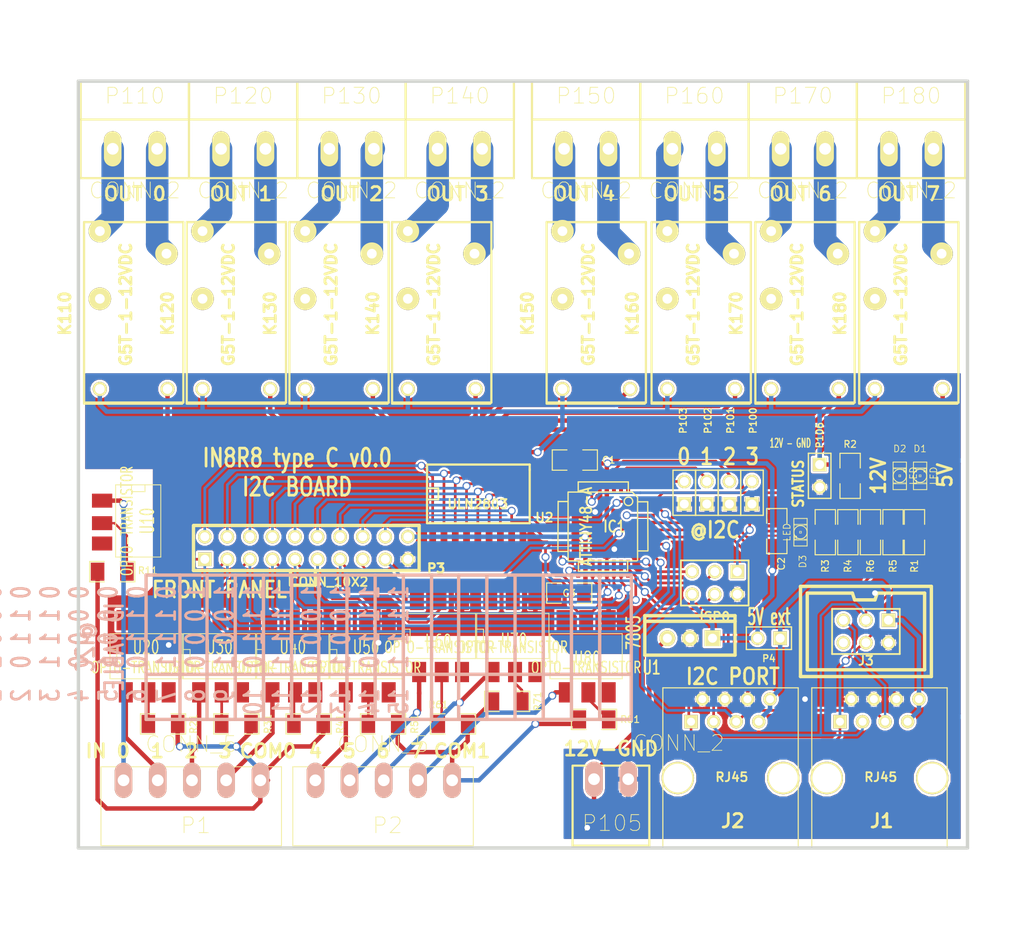
<source format=kicad_pcb>
(kicad_pcb (version 3) (host pcbnew "(2013-mar-13)-testing")
  (title_block (title "4in4out I2C board") (rev 0) (company "XPLDUINO project") (comment 1 "GNU GPL v2") (comment 2 "Domotic Open Source "))
  (layers (15 Dessus signal) (0 Dessous signal) (18 B.Paste user) (19 F.Paste user) (20 B.SilkS user hide) (21 F.SilkS user) (22 B.Mask user) (23 F.Mask user) (28 Edge.Cuts user))
  (net 0 "")
  (net 1 +12V)
  (net 2 +5V)
  (net 3 /230_110_1)
  (net 4 /230_110_2)
  (net 5 /230_120_1)
  (net 6 /230_120_2)
  (net 7 /230_130_1)
  (net 8 /230_130_2)
  (net 9 /230_140_1)
  (net 10 /230_140_2)
  (net 11 /230_150_1)
  (net 12 /230_150_2)
  (net 13 /230_160_1)
  (net 14 /230_160_2)
  (net 15 /230_170_1)
  (net 16 /230_170_2)
  (net 17 /230_180_1)
  (net 18 /230_180_2)
  (net 19 /INT)
  (net 20 5V_EXT)
  (net 21 A0)
  (net 22 A1)
  (net 23 A2)
  (net 24 A3)
  (net 25 CMD0)
  (net 26 CMD1)
  (net 27 CMD2)
  (net 28 CMD3)
  (net 29 CMD4)
  (net 30 CMD5)
  (net 31 CMD6)
  (net 32 CMD7)
  (net 33 COM0)
  (net 34 COM1)
  (net 35 GND)
  (net 36 IN0)
  (net 37 IN1)
  (net 38 IN2)
  (net 39 IN3)
  (net 40 IN4)
  (net 41 IN5)
  (net 42 IN6)
  (net 43 IN7)
  (net 44 LED)
  (net 45 MISO)
  (net 46 MOSI)
  (net 47 N-0000050)
  (net 48 N-0000051)
  (net 49 N-0000052)
  (net 50 N-0000053)
  (net 51 N-0000054)
  (net 52 N-0000055)
  (net 53 N-0000056)
  (net 54 N-0000057)
  (net 55 N-0000058)
  (net 56 N-0000059)
  (net 57 N-0000060)
  (net 58 N-0000061)
  (net 59 N-0000062)
  (net 60 N-0000063)
  (net 61 N-0000064)
  (net 62 N-0000071)
  (net 63 N-0000076)
  (net 64 N-0000078)
  (net 65 N-0000079)
  (net 66 N-0000080)
  (net 67 N-0000083)
  (net 68 N-0000084)
  (net 69 N-0000085)
  (net 70 N-0000086)
  (net 71 N-0000087)
  (net 72 N-0000088)
  (net 73 N-0000089)
  (net 74 N-0000091)
  (net 75 OUT0)
  (net 76 OUT1)
  (net 77 OUT2)
  (net 78 OUT3)
  (net 79 OUT4)
  (net 80 OUT5)
  (net 81 OUT6)
  (net 82 OUT7)
  (net 83 R0)
  (net 84 R1)
  (net 85 R2)
  (net 86 R3)
  (net 87 R4)
  (net 88 R5)
  (net 89 R6)
  (net 90 R7)
  (net 91 RESET)
  (net 92 SCK)
  (net 93 SCL)
  (net 94 SDA)
  (module SOIC18 (layer Dessus) (at 226.568 117.602)
    (fp_text reference U2 (at 7.493 2.667) (layer F.SilkS) (effects (font (size 1.016 1.016) (thickness 0.2032))))
    (fp_text value ULN2803 (at 0 1.143) (layer F.SilkS) (effects (font (size 1.016 1.016) (thickness 0.2032))))
    (pad 1 smd rect (at -5.08 4.7) (size 0.762 2) (layers Dessus F.Paste F.Mask) (net 75 OUT0))
    (pad 2 smd rect (at -3.81 4.699) (size 0.762 2) (layers Dessus F.Paste F.Mask) (net 76 OUT1))
    (pad 3 smd rect (at -2.54 4.699) (size 0.762 2) (layers Dessus F.Paste F.Mask) (net 77 OUT2))
    (pad 4 smd rect (at -1.27 4.699) (size 0.762 2) (layers Dessus F.Paste F.Mask) (net 78 OUT3))
    (pad 5 smd rect (at 0 4.699) (size 0.762 2) (layers Dessus F.Paste F.Mask) (net 79 OUT4))
    (pad 6 smd rect (at 1.27 4.699) (size 0.762 2) (layers Dessus F.Paste F.Mask) (net 80 OUT5))
    (pad 7 smd rect (at 2.54 4.699) (size 0.762 2) (layers Dessus F.Paste F.Mask) (net 81 OUT6))
    (pad 8 smd rect (at 3.81 4.699) (size 0.762 2) (layers Dessus F.Paste F.Mask) (net 82 OUT7))
    (pad 9 smd rect (at 5.08 4.699) (size 0.762 2) (layers Dessus F.Paste F.Mask) (net 35 GND))
    (pad 10 smd rect (at 5.08 -4.699) (size 0.762 2) (layers Dessus F.Paste F.Mask) (net 1 +12V))
    (pad 11 smd rect (at 3.81 -4.699) (size 0.762 2) (layers Dessus F.Paste F.Mask) (net 90 R7))
    (pad 12 smd rect (at 2.54 -4.699) (size 0.762 2) (layers Dessus F.Paste F.Mask) (net 89 R6))
    (pad 18 smd rect (at -5.08 -4.7) (size 0.762 2) (layers Dessus F.Paste F.Mask) (net 83 R0))
    (pad 17 smd rect (at -3.81 -4.699) (size 0.762 2) (layers Dessus F.Paste F.Mask) (net 84 R1))
    (pad 16 smd rect (at -2.54 -4.699) (size 0.762 2) (layers Dessus F.Paste F.Mask) (net 85 R2))
    (pad 15 smd rect (at -1.27 -4.699) (size 0.762 2) (layers Dessus F.Paste F.Mask) (net 86 R3))
    (pad 14 smd rect (at 0 -4.699) (size 0.762 2) (layers Dessus F.Paste F.Mask) (net 87 R4))
    (pad 13 smd rect (at 1.27 -4.699) (size 0.762 2) (layers Dessus F.Paste F.Mask) (net 88 R5))
  )
  (module pin_array_10x2 (layer Dessus) (at 209.804 123.698)
    (fp_text reference P3 (at 12.065 2.286) (layer F.SilkS) (effects (font (size 1.016 1.016) (thickness 0.27432))))
    (fp_text value CONN_10X2 (at 0 3.81) (layer F.SilkS) (effects (font (size 1.016 1.016) (thickness 0.2032))))
    (pad 1 thru_hole rect (at -13.97 1.27) (size 1.524 1.524) (drill 1.016) (layers *.Cu *.Mask F.SilkS) (net 25 CMD0))
    (pad 2 thru_hole circle (at -13.97 -1.27) (size 1.524 1.524) (drill 1.016) (layers *.Cu *.Mask F.SilkS) (net 75 OUT0))
    (pad 3 thru_hole circle (at -11.43 1.27) (size 1.524 1.524) (drill 1.016) (layers *.Cu *.Mask F.SilkS) (net 26 CMD1))
    (pad 4 thru_hole circle (at -11.43 -1.27) (size 1.524 1.524) (drill 1.016) (layers *.Cu *.Mask F.SilkS) (net 76 OUT1))
    (pad 5 thru_hole circle (at -8.89 1.27) (size 1.524 1.524) (drill 1.016) (layers *.Cu *.Mask F.SilkS) (net 27 CMD2))
    (pad 6 thru_hole circle (at -8.89 -1.27) (size 1.524 1.524) (drill 1.016) (layers *.Cu *.Mask F.SilkS) (net 77 OUT2))
    (pad 7 thru_hole circle (at -6.35 1.27) (size 1.524 1.524) (drill 1.016) (layers *.Cu *.Mask F.SilkS) (net 28 CMD3))
    (pad 8 thru_hole circle (at -6.35 -1.27) (size 1.524 1.524) (drill 1.016) (layers *.Cu *.Mask F.SilkS) (net 78 OUT3))
    (pad 9 thru_hole circle (at -3.81 1.27) (size 1.524 1.524) (drill 1.016) (layers *.Cu *.Mask F.SilkS) (net 29 CMD4))
    (pad 10 thru_hole circle (at -3.81 -1.27) (size 1.524 1.524) (drill 1.016) (layers *.Cu *.Mask F.SilkS) (net 79 OUT4))
    (pad 11 thru_hole circle (at -1.27 1.27) (size 1.524 1.524) (drill 1.016) (layers *.Cu *.Mask F.SilkS) (net 30 CMD5))
    (pad 12 thru_hole circle (at -1.27 -1.27) (size 1.524 1.524) (drill 1.016) (layers *.Cu *.Mask F.SilkS) (net 80 OUT5))
    (pad 13 thru_hole circle (at 1.27 1.27) (size 1.524 1.524) (drill 1.016) (layers *.Cu *.Mask F.SilkS) (net 31 CMD6))
    (pad 14 thru_hole circle (at 1.27 -1.27) (size 1.524 1.524) (drill 1.016) (layers *.Cu *.Mask F.SilkS) (net 81 OUT6))
    (pad 15 thru_hole circle (at 3.81 1.27) (size 1.524 1.524) (drill 1.016) (layers *.Cu *.Mask F.SilkS) (net 32 CMD7))
    (pad 16 thru_hole circle (at 3.81 -1.27) (size 1.524 1.524) (drill 1.016) (layers *.Cu *.Mask F.SilkS) (net 82 OUT7))
    (pad 17 thru_hole circle (at 6.35 1.27) (size 1.524 1.524) (drill 1.016) (layers *.Cu *.Mask F.SilkS) (net 91 RESET))
    (pad 18 thru_hole circle (at 6.35 -1.27) (size 1.524 1.524) (drill 1.016) (layers *.Cu *.Mask F.SilkS) (net 44 LED))
    (pad 19 thru_hole circle (at 8.89 1.27) (size 1.524 1.524) (drill 1.016) (layers *.Cu *.Mask F.SilkS) (net 35 GND))
    (pad 20 thru_hole circle (at 8.89 -1.27) (size 1.524 1.524) (drill 1.016) (layers *.Cu *.Mask F.SilkS) (net 2 +5V))
  )
  (module PIN_ARRAY_2X1 (layer Dessus) (at 259.334 133.858 180)
    (fp_text reference P4 (at 0 -2.286 180) (layer F.SilkS) (effects (font (size 0.762 0.762) (thickness 0.1524))))
    (fp_text value CONN_2 hide)
    (pad 1 thru_hole rect (at -1.27 0 180) (size 1.524 1.524) (drill 1.016) (layers *.Cu *.Mask F.SilkS) (net 20 5V_EXT))
    (pad 2 thru_hole circle (at 1.27 0 180) (size 1.524 1.524) (drill 1.016) (layers *.Cu *.Mask F.SilkS) (net 2 +5V))
  )
  (module TQFP32 (layer Dessus) (at 240.665 121.285 270)
    (fp_text reference IC1 (at 0 -1.27 360) (layer F.SilkS) (effects (font (size 1.27 1.016) (thickness 0.2032))))
    (fp_text value ATTINY48-A (at 0 1.905 270) (layer F.SilkS) (effects (font (size 1.27 1.016) (thickness 0.2032))))
    (pad 8 smd rect (at -4.81584 2.77622 270) (size 1.99898 0.44958) (layers Dessus F.Paste F.Mask) (net 75 OUT0))
    (pad 7 smd rect (at -4.81584 1.97612 270) (size 1.99898 0.44958) (layers Dessus F.Paste F.Mask) (net 76 OUT1))
    (pad 6 smd rect (at -4.81584 1.17602 270) (size 1.99898 0.44958) (layers Dessus F.Paste F.Mask) (net 24 A3))
    (pad 5 smd rect (at -4.81584 0.37592 270) (size 1.99898 0.44958) (layers Dessus F.Paste F.Mask) (net 35 GND))
    (pad 4 smd rect (at -4.81584 -0.42418 270) (size 1.99898 0.44958) (layers Dessus F.Paste F.Mask) (net 2 +5V))
    (pad 3 smd rect (at -4.81584 -1.22428 270) (size 1.99898 0.44958) (layers Dessus F.Paste F.Mask) (net 23 A2))
    (pad 2 smd rect (at -4.81584 -2.02438 270) (size 1.99898 0.44958) (layers Dessus F.Paste F.Mask) (net 22 A1))
    (pad 1 smd rect (at -4.81584 -2.82448 270) (size 1.99898 0.44958) (layers Dessus F.Paste F.Mask) (net 21 A0))
    (pad 24 smd rect (at 4.7498 -2.8194 270) (size 1.99898 0.44958) (layers Dessus F.Paste F.Mask) (net 28 CMD3))
    (pad 17 smd rect (at 4.7498 2.794 270) (size 1.99898 0.44958) (layers Dessus F.Paste F.Mask) (net 92 SCK))
    (pad 18 smd rect (at 4.7498 1.9812 270) (size 1.99898 0.44958) (layers Dessus F.Paste F.Mask) (net 2 +5V))
    (pad 19 smd rect (at 4.7498 1.1684 270) (size 1.99898 0.44958) (layers Dessus F.Paste F.Mask) (net 32 CMD7))
    (pad 20 smd rect (at 4.7498 0.381 270) (size 1.99898 0.44958) (layers Dessus F.Paste F.Mask) (net 31 CMD6))
    (pad 21 smd rect (at 4.7498 -0.4318 270) (size 1.99898 0.44958) (layers Dessus F.Paste F.Mask) (net 35 GND))
    (pad 22 smd rect (at 4.7498 -1.2192 270) (size 1.99898 0.44958) (layers Dessus F.Paste F.Mask) (net 30 CMD5))
    (pad 23 smd rect (at 4.7498 -2.032 270) (size 1.99898 0.44958) (layers Dessus F.Paste F.Mask) (net 29 CMD4))
    (pad 32 smd rect (at -2.82448 -4.826 270) (size 0.44958 1.99898) (layers Dessus F.Paste F.Mask) (net 44 LED))
    (pad 31 smd rect (at -2.02692 -4.826 270) (size 0.44958 1.99898) (layers Dessus F.Paste F.Mask) (net 19 /INT))
    (pad 30 smd rect (at -1.22428 -4.826 270) (size 0.44958 1.99898) (layers Dessus F.Paste F.Mask) (net 25 CMD0))
    (pad 29 smd rect (at -0.42672 -4.826 270) (size 0.44958 1.99898) (layers Dessus F.Paste F.Mask) (net 91 RESET))
    (pad 28 smd rect (at 0.37592 -4.826 270) (size 0.44958 1.99898) (layers Dessus F.Paste F.Mask) (net 93 SCL))
    (pad 27 smd rect (at 1.17348 -4.826 270) (size 0.44958 1.99898) (layers Dessus F.Paste F.Mask) (net 94 SDA))
    (pad 26 smd rect (at 1.97612 -4.826 270) (size 0.44958 1.99898) (layers Dessus F.Paste F.Mask) (net 26 CMD1))
    (pad 25 smd rect (at 2.77368 -4.826 270) (size 0.44958 1.99898) (layers Dessus F.Paste F.Mask) (net 27 CMD2))
    (pad 9 smd rect (at -2.8194 4.7752 270) (size 0.44958 1.99898) (layers Dessus F.Paste F.Mask) (net 77 OUT2))
    (pad 10 smd rect (at -2.032 4.7752 270) (size 0.44958 1.99898) (layers Dessus F.Paste F.Mask) (net 78 OUT3))
    (pad 11 smd rect (at -1.2192 4.7752 270) (size 0.44958 1.99898) (layers Dessus F.Paste F.Mask) (net 79 OUT4))
    (pad 12 smd rect (at -0.4318 4.7752 270) (size 0.44958 1.99898) (layers Dessus F.Paste F.Mask) (net 80 OUT5))
    (pad 13 smd rect (at 0.3556 4.7752 270) (size 0.44958 1.99898) (layers Dessus F.Paste F.Mask) (net 81 OUT6))
    (pad 14 smd rect (at 1.1684 4.7752 270) (size 0.44958 1.99898) (layers Dessus F.Paste F.Mask) (net 82 OUT7))
    (pad 15 smd rect (at 1.9812 4.7752 270) (size 0.44958 1.99898) (layers Dessus F.Paste F.Mask) (net 46 MOSI))
    (pad 16 smd rect (at 2.794 4.7752 270) (size 0.44958 1.99898) (layers Dessus F.Paste F.Mask) (net 45 MISO))
  )
  (module CMS-6 (layer Dessus) (at 230.505 133.604)
    (fp_text reference U70 (at 0.127 0.508) (layer F.SilkS) (effects (font (size 1.524 1.016) (thickness 0.1524))))
    (fp_text value OPTO-TRANSISTOR (at 0 1.27) (layer F.SilkS) (effects (font (size 1.27 0.889) (thickness 0.1524))))
    (pad 1 smd rect (at -2.286 4.064) (size 1.5748 2.286) (layers Dessus F.Paste F.Mask) (net 42 IN6))
    (pad 2 smd rect (at 0.254 4.064) (size 1.5748 2.286) (layers Dessus F.Paste F.Mask) (net 49 N-0000052))
    (pad 3 smd rect (at 2.54 4.064) (size 1.5748 2.286) (layers Dessus F.Paste F.Mask) (net 50 N-0000053))
    (pad 4 smd rect (at 2.54 -4.064) (size 1.5748 2.286) (layers Dessus F.Paste F.Mask) (net 35 GND))
    (pad 5 smd rect (at 0 -4.064) (size 1.5748 2.286) (layers Dessus F.Paste F.Mask) (net 31 CMD6))
    (pad 6 smd rect (at -2.54 -4.064) (size 1.5748 2.286) (layers Dessus F.Paste F.Mask) (net 51 N-0000054))
  )
  (module CMS-6 (layer Dessus) (at 238.76 135.89)
    (fp_text reference U80 (at 0.127 0.254) (layer F.SilkS) (effects (font (size 1.524 1.016) (thickness 0.1524))))
    (fp_text value OPTO-TRANSISTOR (at 0 1.27) (layer F.SilkS) (effects (font (size 1.27 0.889) (thickness 0.1524))))
    (pad 1 smd rect (at -2.286 4.064) (size 1.5748 2.286) (layers Dessus F.Paste F.Mask) (net 43 IN7))
    (pad 2 smd rect (at 0.254 4.064) (size 1.5748 2.286) (layers Dessus F.Paste F.Mask) (net 52 N-0000055))
    (pad 3 smd rect (at 2.54 4.064) (size 1.5748 2.286) (layers Dessus F.Paste F.Mask) (net 53 N-0000056))
    (pad 4 smd rect (at 2.54 -4.064) (size 1.5748 2.286) (layers Dessus F.Paste F.Mask) (net 35 GND))
    (pad 5 smd rect (at 0 -4.064) (size 1.5748 2.286) (layers Dessus F.Paste F.Mask) (net 32 CMD7))
    (pad 6 smd rect (at -2.54 -4.064) (size 1.5748 2.286) (layers Dessus F.Paste F.Mask) (net 54 N-0000057))
  )
  (module CMS-6 (layer Dessus) (at 222.25 133.604)
    (fp_text reference U60 (at -0.127 0.635) (layer F.SilkS) (effects (font (size 1.524 1.016) (thickness 0.1524))))
    (fp_text value OPTO-TRANSISTOR (at 0 1.27) (layer F.SilkS) (effects (font (size 1.27 0.889) (thickness 0.1524))))
    (pad 1 smd rect (at -2.286 4.064) (size 1.5748 2.286) (layers Dessus F.Paste F.Mask) (net 41 IN5))
    (pad 2 smd rect (at 0.254 4.064) (size 1.5748 2.286) (layers Dessus F.Paste F.Mask) (net 48 N-0000051))
    (pad 3 smd rect (at 2.54 4.064) (size 1.5748 2.286) (layers Dessus F.Paste F.Mask) (net 61 N-0000064))
    (pad 4 smd rect (at 2.54 -4.064) (size 1.5748 2.286) (layers Dessus F.Paste F.Mask) (net 35 GND))
    (pad 5 smd rect (at 0 -4.064) (size 1.5748 2.286) (layers Dessus F.Paste F.Mask) (net 30 CMD5))
    (pad 6 smd rect (at -2.54 -4.064) (size 1.5748 2.286) (layers Dessus F.Paste F.Mask) (net 47 N-0000050))
  )
  (module CMS-6 (layer Dessus) (at 213.995 135.89)
    (fp_text reference U50 (at 0 -1.016) (layer F.SilkS) (effects (font (size 1.524 1.016) (thickness 0.1524))))
    (fp_text value OPTO-TRANSISTOR (at 0 1.27) (layer F.SilkS) (effects (font (size 1.27 0.889) (thickness 0.1524))))
    (pad 1 smd rect (at -2.286 4.064) (size 1.5748 2.286) (layers Dessus F.Paste F.Mask) (net 40 IN4))
    (pad 2 smd rect (at 0.254 4.064) (size 1.5748 2.286) (layers Dessus F.Paste F.Mask) (net 55 N-0000058))
    (pad 3 smd rect (at 2.54 4.064) (size 1.5748 2.286) (layers Dessus F.Paste F.Mask) (net 59 N-0000062))
    (pad 4 smd rect (at 2.54 -4.064) (size 1.5748 2.286) (layers Dessus F.Paste F.Mask) (net 35 GND))
    (pad 5 smd rect (at 0 -4.064) (size 1.5748 2.286) (layers Dessus F.Paste F.Mask) (net 29 CMD4))
    (pad 6 smd rect (at -2.54 -4.064) (size 1.5748 2.286) (layers Dessus F.Paste F.Mask) (net 60 N-0000063))
  )
  (module CMS-6 (layer Dessus) (at 205.74 135.89)
    (fp_text reference U40 (at 0 -1.016) (layer F.SilkS) (effects (font (size 1.524 1.016) (thickness 0.1524))))
    (fp_text value OPTO-TRANSISTOR (at 0 1.27) (layer F.SilkS) (effects (font (size 1.27 0.889) (thickness 0.1524))))
    (pad 1 smd rect (at -2.286 4.064) (size 1.5748 2.286) (layers Dessus F.Paste F.Mask) (net 39 IN3))
    (pad 2 smd rect (at 0.254 4.064) (size 1.5748 2.286) (layers Dessus F.Paste F.Mask) (net 56 N-0000059))
    (pad 3 smd rect (at 2.54 4.064) (size 1.5748 2.286) (layers Dessus F.Paste F.Mask) (net 57 N-0000060))
    (pad 4 smd rect (at 2.54 -4.064) (size 1.5748 2.286) (layers Dessus F.Paste F.Mask) (net 35 GND))
    (pad 5 smd rect (at 0 -4.064) (size 1.5748 2.286) (layers Dessus F.Paste F.Mask) (net 28 CMD3))
    (pad 6 smd rect (at -2.54 -4.064) (size 1.5748 2.286) (layers Dessus F.Paste F.Mask) (net 58 N-0000061))
  )
  (module CMS-6 (layer Dessus) (at 197.485 135.89)
    (fp_text reference U30 (at 0 -1.016) (layer F.SilkS) (effects (font (size 1.524 1.016) (thickness 0.1524))))
    (fp_text value OPTO-TRANSISTOR (at 0 1.27) (layer F.SilkS) (effects (font (size 1.27 0.889) (thickness 0.1524))))
    (pad 1 smd rect (at -2.286 4.064) (size 1.5748 2.286) (layers Dessus F.Paste F.Mask) (net 38 IN2))
    (pad 2 smd rect (at 0.254 4.064) (size 1.5748 2.286) (layers Dessus F.Paste F.Mask) (net 62 N-0000071))
    (pad 3 smd rect (at 2.54 4.064) (size 1.5748 2.286) (layers Dessus F.Paste F.Mask) (net 70 N-0000086))
    (pad 4 smd rect (at 2.54 -4.064) (size 1.5748 2.286) (layers Dessus F.Paste F.Mask) (net 35 GND))
    (pad 5 smd rect (at 0 -4.064) (size 1.5748 2.286) (layers Dessus F.Paste F.Mask) (net 27 CMD2))
    (pad 6 smd rect (at -2.54 -4.064) (size 1.5748 2.286) (layers Dessus F.Paste F.Mask) (net 71 N-0000087))
  )
  (module CMS-6 (layer Dessus) (at 189.23 135.89)
    (fp_text reference U20 (at 0 -1.016) (layer F.SilkS) (effects (font (size 1.524 1.016) (thickness 0.1524))))
    (fp_text value OPTO-TRANSISTOR (at 0 1.27) (layer F.SilkS) (effects (font (size 1.27 0.889) (thickness 0.1524))))
    (pad 1 smd rect (at -2.286 4.064) (size 1.5748 2.286) (layers Dessus F.Paste F.Mask) (net 37 IN1))
    (pad 2 smd rect (at 0.254 4.064) (size 1.5748 2.286) (layers Dessus F.Paste F.Mask) (net 67 N-0000083))
    (pad 3 smd rect (at 2.54 4.064) (size 1.5748 2.286) (layers Dessus F.Paste F.Mask) (net 68 N-0000084))
    (pad 4 smd rect (at 2.54 -4.064) (size 1.5748 2.286) (layers Dessus F.Paste F.Mask) (net 35 GND))
    (pad 5 smd rect (at 0 -4.064) (size 1.5748 2.286) (layers Dessus F.Paste F.Mask) (net 26 CMD1))
    (pad 6 smd rect (at -2.54 -4.064) (size 1.5748 2.286) (layers Dessus F.Paste F.Mask) (net 69 N-0000085))
  )
  (module MOL_CONN_5_MINI (layer Dessus) (at 208.28 149.86)
    (fp_text reference P2 (at 8.128 5.08) (layer F.SilkS) (effects (font (size 1.778 1.778) (thickness 0.0889))))
    (fp_text value CONN_5 (at 7.62 -4.064) (layer F.SilkS) (effects (font (size 1.778 1.778) (thickness 0.0889))))
    (pad 1 thru_hole oval (at 0 0) (size 1.9812 3.9624) (drill 1.320799) (layers *.Cu *.SilkS *.Mask F.Paste) (net 40 IN4))
    (pad 2 thru_hole oval (at 3.85 0) (size 1.9812 3.9624) (drill 1.320799) (layers *.Cu *.SilkS *.Mask F.Paste) (net 41 IN5))
    (pad 3 thru_hole oval (at 7.7 0) (size 1.9812 3.9624) (drill 1.320799) (layers *.Cu *.SilkS *.Mask F.Paste) (net 42 IN6))
    (pad 4 thru_hole oval (at 11.55 0) (size 1.9812 3.9624) (drill 1.320799) (layers *.Cu *.SilkS *.Mask F.Paste) (net 43 IN7))
    (pad 5 thru_hole oval (at 15.4 0) (size 1.9812 3.9624) (drill 1.320799) (layers *.Cu *.SilkS *.Mask F.Paste) (net 34 COM1))
  )
  (module MOL_CONN_5_MINI (layer Dessus) (at 186.69 149.86)
    (fp_text reference P1 (at 8.128 5.08) (layer F.SilkS) (effects (font (size 1.778 1.778) (thickness 0.0889))))
    (fp_text value CONN_5 (at 7.62 -4.064) (layer F.SilkS) (effects (font (size 1.778 1.778) (thickness 0.0889))))
    (pad 1 thru_hole oval (at 0 0) (size 1.9812 3.9624) (drill 1.320799) (layers *.Cu *.SilkS *.Mask F.Paste) (net 36 IN0))
    (pad 2 thru_hole oval (at 3.85 0) (size 1.9812 3.9624) (drill 1.320799) (layers *.Cu *.SilkS *.Mask F.Paste) (net 37 IN1))
    (pad 3 thru_hole oval (at 7.7 0) (size 1.9812 3.9624) (drill 1.320799) (layers *.Cu *.SilkS *.Mask F.Paste) (net 38 IN2))
    (pad 4 thru_hole oval (at 11.55 0) (size 1.9812 3.9624) (drill 1.320799) (layers *.Cu *.SilkS *.Mask F.Paste) (net 39 IN3))
    (pad 5 thru_hole oval (at 15.4 0) (size 1.9812 3.9624) (drill 1.320799) (layers *.Cu *.SilkS *.Mask F.Paste) (net 33 COM0))
  )
  (module HE10-6 (layer Dessus) (at 270.256 133.096 180)
    (fp_text reference J3 (at 0 -3.302 180) (layer F.SilkS) (effects (font (size 1.016 1.016) (thickness 0.2032))))
    (fp_text value CONN_6 hide)
    (pad 1 thru_hole rect (at -2.54 1.27 180) (size 1.524 1.524) (drill 1.016) (layers *.Cu *.Mask F.SilkS) (net 20 5V_EXT))
    (pad 2 thru_hole circle (at -2.54 -1.27 180) (size 1.524 1.524) (drill 1.016) (layers *.Cu *.Mask F.SilkS) (net 35 GND))
    (pad 3 thru_hole circle (at 0 1.27 180) (size 1.524 1.524) (drill 1.016) (layers *.Cu *.Mask F.SilkS) (net 93 SCL))
    (pad 4 thru_hole circle (at 0 -1.27 180) (size 1.524 1.524) (drill 1.016) (layers *.Cu *.Mask F.SilkS) (net 94 SDA))
    (pad 5 thru_hole circle (at 2.54 1.27 180) (size 1.524 1.524) (drill 1.016) (layers *.Cu *.Mask F.SilkS) (net 19 /INT))
    (pad 6 thru_hole circle (at 2.54 -1.27 180) (size 1.524 1.524) (drill 1.016) (layers *.Cu *.Mask F.SilkS) (net 74 N-0000091))
  )
  (module LED-1206 (layer Dessus) (at 276.352 115.57 90)
    (fp_text reference D1 (at 3.048 0 180) (layer F.SilkS) (effects (font (size 0.762 0.762) (thickness 0.0889))))
    (fp_text value LED (at 0 1.524 90) (layer F.SilkS) (effects (font (size 0.762 0.762) (thickness 0.0889))))
    (pad 1 smd rect (at -1.41986 0 90) (size 1.59766 1.80086) (layers Dessus F.Paste F.Mask) (net 73 N-0000089))
    (pad 2 smd rect (at 1.41986 0 90) (size 1.59766 1.80086) (layers Dessus F.Paste F.Mask) (net 35 GND))
  )
  (module LED-1206 (layer Dessus) (at 274.066 115.57 90)
    (fp_text reference D2 (at 3.048 0 180) (layer F.SilkS) (effects (font (size 0.762 0.762) (thickness 0.0889))))
    (fp_text value LED (at 0 1.524 90) (layer F.SilkS) (effects (font (size 0.762 0.762) (thickness 0.0889))))
    (pad 1 smd rect (at -1.41986 0 90) (size 1.59766 1.80086) (layers Dessus F.Paste F.Mask) (net 72 N-0000088))
    (pad 2 smd rect (at 1.41986 0 90) (size 1.59766 1.80086) (layers Dessus F.Paste F.Mask) (net 35 GND))
  )
  (module LED-1206 (layer Dessus) (at 262.89 121.92 270)
    (fp_text reference D3 (at 3.302 -0.254 270) (layer F.SilkS) (effects (font (size 0.762 0.762) (thickness 0.0889))))
    (fp_text value LED (at 0 1.524 270) (layer F.SilkS) (effects (font (size 0.762 0.762) (thickness 0.0889))))
    (pad 1 smd rect (at -1.41986 0 270) (size 1.59766 1.80086) (layers Dessus F.Paste F.Mask) (net 44 LED))
    (pad 2 smd rect (at 1.41986 0 270) (size 1.59766 1.80086) (layers Dessus F.Paste F.Mask) (net 63 N-0000076))
  )
  (module MOL_CONN_2_VH (layer Dessus) (at 224.536 78.74 180)
    (fp_text reference P140 (at 0 5.969 180) (layer F.SilkS) (effects (font (size 1.778 1.778) (thickness 0.0889))))
    (fp_text value CONN_2 (at 0 -4.699 180) (layer F.SilkS) (effects (font (size 1.778 1.778) (thickness 0.0889))))
    (pad 1 thru_hole oval (at -2.5146 0 180) (size 1.9812 3.9624) (drill 1.320799) (layers *.Cu *.Mask F.Paste F.SilkS) (net 9 /230_140_1))
    (pad 2 thru_hole oval (at 2.4892 0 180) (size 1.9812 3.9624) (drill 1.320799) (layers *.Cu *.Mask F.Paste F.SilkS) (net 10 /230_140_2))
  )
  (module MOL_CONN_2_VH (layer Dessus) (at 212.344 78.74 180)
    (fp_text reference P130 (at 0 5.969 180) (layer F.SilkS) (effects (font (size 1.778 1.778) (thickness 0.0889))))
    (fp_text value CONN_2 (at 0 -4.699 180) (layer F.SilkS) (effects (font (size 1.778 1.778) (thickness 0.0889))))
    (pad 1 thru_hole oval (at -2.5146 0 180) (size 1.9812 3.9624) (drill 1.320799) (layers *.Cu *.Mask F.Paste F.SilkS) (net 7 /230_130_1))
    (pad 2 thru_hole oval (at 2.4892 0 180) (size 1.9812 3.9624) (drill 1.320799) (layers *.Cu *.Mask F.Paste F.SilkS) (net 8 /230_130_2))
  )
  (module MOL_CONN_2_VH (layer Dessus) (at 200.152 78.74 180)
    (fp_text reference P120 (at 0 5.969 180) (layer F.SilkS) (effects (font (size 1.778 1.778) (thickness 0.0889))))
    (fp_text value CONN_2 (at 0 -4.699 180) (layer F.SilkS) (effects (font (size 1.778 1.778) (thickness 0.0889))))
    (pad 1 thru_hole oval (at -2.5146 0 180) (size 1.9812 3.9624) (drill 1.320799) (layers *.Cu *.Mask F.Paste F.SilkS) (net 5 /230_120_1))
    (pad 2 thru_hole oval (at 2.4892 0 180) (size 1.9812 3.9624) (drill 1.320799) (layers *.Cu *.Mask F.Paste F.SilkS) (net 6 /230_120_2))
  )
  (module MOL_CONN_2_VH (layer Dessus) (at 238.76 78.74 180)
    (fp_text reference P150 (at 0 5.969 180) (layer F.SilkS) (effects (font (size 1.778 1.778) (thickness 0.0889))))
    (fp_text value CONN_2 (at 0 -4.699 180) (layer F.SilkS) (effects (font (size 1.778 1.778) (thickness 0.0889))))
    (pad 1 thru_hole oval (at -2.5146 0 180) (size 1.9812 3.9624) (drill 1.320799) (layers *.Cu *.Mask F.Paste F.SilkS) (net 11 /230_150_1))
    (pad 2 thru_hole oval (at 2.4892 0 180) (size 1.9812 3.9624) (drill 1.320799) (layers *.Cu *.Mask F.Paste F.SilkS) (net 12 /230_150_2))
  )
  (module MOL_CONN_2_VH (layer Dessus) (at 187.96 78.74 180)
    (fp_text reference P110 (at 0 5.969 180) (layer F.SilkS) (effects (font (size 1.778 1.778) (thickness 0.0889))))
    (fp_text value CONN_2 (at 0 -4.699 180) (layer F.SilkS) (effects (font (size 1.778 1.778) (thickness 0.0889))))
    (pad 1 thru_hole oval (at -2.5146 0 180) (size 1.9812 3.9624) (drill 1.320799) (layers *.Cu *.Mask F.Paste F.SilkS) (net 3 /230_110_1))
    (pad 2 thru_hole oval (at 2.4892 0 180) (size 1.9812 3.9624) (drill 1.320799) (layers *.Cu *.Mask F.Paste F.SilkS) (net 4 /230_110_2))
  )
  (module MOL_CONN_2_VH (layer Dessus) (at 250.952 78.74 180)
    (fp_text reference P160 (at 0 5.969 180) (layer F.SilkS) (effects (font (size 1.778 1.778) (thickness 0.0889))))
    (fp_text value CONN_2 (at 0 -4.699 180) (layer F.SilkS) (effects (font (size 1.778 1.778) (thickness 0.0889))))
    (pad 1 thru_hole oval (at -2.5146 0 180) (size 1.9812 3.9624) (drill 1.320799) (layers *.Cu *.Mask F.Paste F.SilkS) (net 13 /230_160_1))
    (pad 2 thru_hole oval (at 2.4892 0 180) (size 1.9812 3.9624) (drill 1.320799) (layers *.Cu *.Mask F.Paste F.SilkS) (net 14 /230_160_2))
  )
  (module MOL_CONN_2_VH (layer Dessus) (at 275.336 78.74 180)
    (fp_text reference P180 (at 0 5.969 180) (layer F.SilkS) (effects (font (size 1.778 1.778) (thickness 0.0889))))
    (fp_text value CONN_2 (at 0 -4.699 180) (layer F.SilkS) (effects (font (size 1.778 1.778) (thickness 0.0889))))
    (pad 1 thru_hole oval (at -2.5146 0 180) (size 1.9812 3.9624) (drill 1.320799) (layers *.Cu *.Mask F.Paste F.SilkS) (net 17 /230_180_1))
    (pad 2 thru_hole oval (at 2.4892 0 180) (size 1.9812 3.9624) (drill 1.320799) (layers *.Cu *.Mask F.Paste F.SilkS) (net 18 /230_180_2))
  )
  (module MOL_CONN_2_VH (layer Dessus) (at 263.144 78.74 180)
    (fp_text reference P170 (at 0 5.969 180) (layer F.SilkS) (effects (font (size 1.778 1.778) (thickness 0.0889))))
    (fp_text value CONN_2 (at 0 -4.699 180) (layer F.SilkS) (effects (font (size 1.778 1.778) (thickness 0.0889))))
    (pad 1 thru_hole oval (at -2.5146 0 180) (size 1.9812 3.9624) (drill 1.320799) (layers *.Cu *.Mask F.Paste F.SilkS) (net 15 /230_170_1))
    (pad 2 thru_hole oval (at 2.4892 0 180) (size 1.9812 3.9624) (drill 1.320799) (layers *.Cu *.Mask F.Paste F.SilkS) (net 16 /230_170_2))
  )
  (module PIN_ARRAY_2X1 (layer Dessus) (at 257.429 117.475 90)
    (fp_text reference P100 (at 8.128 0.127 90) (layer F.SilkS) (effects (font (size 0.762 0.762) (thickness 0.1524))))
    (fp_text value CONN_2 hide)
    (pad 1 thru_hole rect (at -1.27 0 90) (size 1.524 1.524) (drill 1.016) (layers *.Cu *.Mask F.SilkS) (net 35 GND))
    (pad 2 thru_hole circle (at 1.27 0 90) (size 1.524 1.524) (drill 1.016) (layers *.Cu *.Mask F.SilkS) (net 24 A3))
  )
  (module PIN_ARRAY_2X1 (layer Dessus) (at 254.889 117.475 90)
    (fp_text reference P101 (at 8.128 0.127 90) (layer F.SilkS) (effects (font (size 0.762 0.762) (thickness 0.1524))))
    (fp_text value CONN_2 hide)
    (pad 1 thru_hole rect (at -1.27 0 90) (size 1.524 1.524) (drill 1.016) (layers *.Cu *.Mask F.SilkS) (net 35 GND))
    (pad 2 thru_hole circle (at 1.27 0 90) (size 1.524 1.524) (drill 1.016) (layers *.Cu *.Mask F.SilkS) (net 23 A2))
  )
  (module PIN_ARRAY_2X1 (layer Dessus) (at 249.809 117.475 90)
    (fp_text reference P103 (at 8.128 -0.127 90) (layer F.SilkS) (effects (font (size 0.762 0.762) (thickness 0.1524))))
    (fp_text value CONN_2 hide)
    (pad 1 thru_hole rect (at -1.27 0 90) (size 1.524 1.524) (drill 1.016) (layers *.Cu *.Mask F.SilkS) (net 35 GND))
    (pad 2 thru_hole circle (at 1.27 0 90) (size 1.524 1.524) (drill 1.016) (layers *.Cu *.Mask F.SilkS) (net 21 A0))
  )
  (module PIN_ARRAY_2X1 (layer Dessus) (at 265.049 115.57 270)
    (fp_text reference P106 (at -4.572 0 270) (layer F.SilkS) (effects (font (size 0.762 0.762) (thickness 0.1524))))
    (fp_text value CONN_2 hide)
    (pad 1 thru_hole rect (at -1.27 0 270) (size 1.524 1.524) (drill 1.016) (layers *.Cu *.Mask F.SilkS) (net 1 +12V))
    (pad 2 thru_hole circle (at 1.27 0 270) (size 1.524 1.524) (drill 1.016) (layers *.Cu *.Mask F.SilkS) (net 35 GND))
  )
  (module PIN_ARRAY_2X1 (layer Dessus) (at 252.349 117.475 90)
    (fp_text reference P102 (at 8.128 0.127 90) (layer F.SilkS) (effects (font (size 0.762 0.762) (thickness 0.1524))))
    (fp_text value CONN_2 hide)
    (pad 1 thru_hole rect (at -1.27 0 90) (size 1.524 1.524) (drill 1.016) (layers *.Cu *.Mask F.SilkS) (net 35 GND))
    (pad 2 thru_hole circle (at 1.27 0 90) (size 1.524 1.524) (drill 1.016) (layers *.Cu *.Mask F.SilkS) (net 22 A1))
  )
  (module SM1206 (layer Dessus) (at 215.9 143.51)
    (fp_text reference R51 (at 3.556 0 90) (layer F.SilkS) (effects (font (size 0.762 0.762) (thickness 0.127))))
    (fp_text value 2KR hide)
    (pad 1 smd rect (at -1.651 0) (size 1.524 2.032) (layers Dessus F.Paste F.Mask) (net 55 N-0000058))
    (pad 2 smd rect (at 1.651 0) (size 1.524 2.032) (layers Dessus F.Paste F.Mask) (net 34 COM1))
  )
  (module SM1206 (layer Dessus) (at 268.224 121.92 90)
    (fp_text reference R4 (at -3.81 0 90) (layer F.SilkS) (effects (font (size 0.762 0.762) (thickness 0.127))))
    (fp_text value 10KR hide)
    (pad 1 smd rect (at -1.651 0 90) (size 1.524 2.032) (layers Dessus F.Paste F.Mask) (net 2 +5V))
    (pad 2 smd rect (at 1.651 0 90) (size 1.524 2.032) (layers Dessus F.Paste F.Mask) (net 91 RESET))
  )
  (module SM1206 (layer Dessus) (at 265.684 121.92 90)
    (fp_text reference R3 (at -3.81 0 90) (layer F.SilkS) (effects (font (size 0.762 0.762) (thickness 0.127))))
    (fp_text value 2KR hide)
    (pad 1 smd rect (at -1.651 0 90) (size 1.524 2.032) (layers Dessus F.Paste F.Mask) (net 63 N-0000076))
    (pad 2 smd rect (at 1.651 0 90) (size 1.524 2.032) (layers Dessus F.Paste F.Mask) (net 35 GND))
  )
  (module SM1206 (layer Dessus) (at 260.223 121.793 90)
    (fp_text reference C2 (at -3.683 0.508 90) (layer F.SilkS) (effects (font (size 0.762 0.762) (thickness 0.127))))
    (fp_text value C hide)
    (pad 1 smd rect (at -1.651 0 90) (size 1.524 2.032) (layers Dessus F.Paste F.Mask) (net 2 +5V))
    (pad 2 smd rect (at 1.651 0 90) (size 1.524 2.032) (layers Dessus F.Paste F.Mask) (net 35 GND))
  )
  (module SM1206 (layer Dessus) (at 237.49 113.792 180)
    (fp_text reference C1 (at -3.81 0 180) (layer F.SilkS) (effects (font (size 0.762 0.762) (thickness 0.127))))
    (fp_text value C hide)
    (pad 1 smd rect (at -1.651 0 180) (size 1.524 2.032) (layers Dessus F.Paste F.Mask) (net 2 +5V))
    (pad 2 smd rect (at 1.651 0 180) (size 1.524 2.032) (layers Dessus F.Paste F.Mask) (net 35 GND))
  )
  (module SM1206 (layer Dessus) (at 268.478 115.57 270)
    (fp_text reference R2 (at -3.556 0 360) (layer F.SilkS) (effects (font (size 0.762 0.762) (thickness 0.127))))
    (fp_text value 4.7KR hide)
    (pad 1 smd rect (at -1.651 0 270) (size 1.524 2.032) (layers Dessus F.Paste F.Mask) (net 1 +12V))
    (pad 2 smd rect (at 1.651 0 270) (size 1.524 2.032) (layers Dessus F.Paste F.Mask) (net 72 N-0000088))
  )
  (module SM1206 (layer Dessus) (at 199.39 143.51)
    (fp_text reference R31 (at 3.556 0 90) (layer F.SilkS) (effects (font (size 0.762 0.762) (thickness 0.127))))
    (fp_text value 2KR hide)
    (pad 1 smd rect (at -1.651 0) (size 1.524 2.032) (layers Dessus F.Paste F.Mask) (net 62 N-0000071))
    (pad 2 smd rect (at 1.651 0) (size 1.524 2.032) (layers Dessus F.Paste F.Mask) (net 33 COM0))
  )
  (module SM1206 (layer Dessus) (at 275.717 121.92 90)
    (fp_text reference R1 (at -3.81 0 90) (layer F.SilkS) (effects (font (size 0.762 0.762) (thickness 0.127))))
    (fp_text value 2KR hide)
    (pad 1 smd rect (at -1.651 0 90) (size 1.524 2.032) (layers Dessus F.Paste F.Mask) (net 2 +5V))
    (pad 2 smd rect (at 1.651 0 90) (size 1.524 2.032) (layers Dessus F.Paste F.Mask) (net 73 N-0000089))
  )
  (module SM1206 (layer Dessus) (at 191.135 143.51)
    (fp_text reference R21 (at 3.429 0 90) (layer F.SilkS) (effects (font (size 0.762 0.762) (thickness 0.127))))
    (fp_text value 2KR hide)
    (pad 1 smd rect (at -1.651 0) (size 1.524 2.032) (layers Dessus F.Paste F.Mask) (net 67 N-0000083))
    (pad 2 smd rect (at 1.651 0) (size 1.524 2.032) (layers Dessus F.Paste F.Mask) (net 33 COM0))
  )
  (module SM1206 (layer Dessus) (at 207.518 143.51)
    (fp_text reference R41 (at 3.556 0 90) (layer F.SilkS) (effects (font (size 0.762 0.762) (thickness 0.127))))
    (fp_text value 2KR hide)
    (pad 1 smd rect (at -1.651 0) (size 1.524 2.032) (layers Dessus F.Paste F.Mask) (net 56 N-0000059))
    (pad 2 smd rect (at 1.651 0) (size 1.524 2.032) (layers Dessus F.Paste F.Mask) (net 33 COM0))
  )
  (module SM1206 (layer Dessus) (at 239.649 143.002 180)
    (fp_text reference R81 (at -4.064 0 180) (layer F.SilkS) (effects (font (size 0.762 0.762) (thickness 0.127))))
    (fp_text value 2KR hide)
    (pad 1 smd rect (at -1.651 0 180) (size 1.524 2.032) (layers Dessus F.Paste F.Mask) (net 52 N-0000055))
    (pad 2 smd rect (at 1.651 0 180) (size 1.524 2.032) (layers Dessus F.Paste F.Mask) (net 34 COM1))
  )
  (module SM1206 (layer Dessus) (at 223.774 143.51)
    (fp_text reference R61 (at -1.651 -2.159 180) (layer F.SilkS) (effects (font (size 0.762 0.762) (thickness 0.127))))
    (fp_text value 2KR hide)
    (pad 1 smd rect (at -1.651 0) (size 1.524 2.032) (layers Dessus F.Paste F.Mask) (net 48 N-0000051))
    (pad 2 smd rect (at 1.651 0) (size 1.524 2.032) (layers Dessus F.Paste F.Mask) (net 34 COM1))
  )
  (module SM1206 (layer Dessus) (at 229.87 140.97 180)
    (fp_text reference R71 (at -3.429 0 270) (layer F.SilkS) (effects (font (size 0.762 0.762) (thickness 0.127))))
    (fp_text value 2KR hide)
    (pad 1 smd rect (at -1.651 0 180) (size 1.524 2.032) (layers Dessus F.Paste F.Mask) (net 49 N-0000052))
    (pad 2 smd rect (at 1.651 0 180) (size 1.524 2.032) (layers Dessus F.Paste F.Mask) (net 34 COM1))
  )
  (module pin_array_3x2 (layer Dessus) (at 253.238 127.635 180)
    (fp_text reference ISP0 (at 0 -3.81 180) (layer F.SilkS) (effects (font (size 1.016 1.016) (thickness 0.2032))))
    (fp_text value CONN_3X2 hide)
    (pad 1 thru_hole rect (at -2.54 1.27 180) (size 1.524 1.524) (drill 1.016) (layers *.Cu *.Mask F.SilkS) (net 91 RESET))
    (pad 2 thru_hole circle (at -2.54 -1.27 180) (size 1.524 1.524) (drill 1.016) (layers *.Cu *.Mask F.SilkS) (net 35 GND))
    (pad 3 thru_hole circle (at 0 1.27 180) (size 1.524 1.524) (drill 1.016) (layers *.Cu *.Mask F.SilkS) (net 92 SCK))
    (pad 4 thru_hole circle (at 0 -1.27 180) (size 1.524 1.524) (drill 1.016) (layers *.Cu *.Mask F.SilkS) (net 46 MOSI))
    (pad 5 thru_hole circle (at 2.54 1.27 180) (size 1.524 1.524) (drill 1.016) (layers *.Cu *.Mask F.SilkS) (net 45 MISO))
    (pad 6 thru_hole circle (at 2.54 -1.27 180) (size 1.524 1.524) (drill 1.016) (layers *.Cu *.Mask F.SilkS) (net 2 +5V))
  )
  (module CMS-6 (layer Dessus) (at 188.341 120.65 270)
    (fp_text reference U10 (at 0 -1.016 270) (layer F.SilkS) (effects (font (size 1.524 1.016) (thickness 0.1524))))
    (fp_text value OPTO-TRANSISTOR (at 0 1.27 270) (layer F.SilkS) (effects (font (size 1.27 0.889) (thickness 0.1524))))
    (pad 1 smd rect (at -2.286 4.064 270) (size 1.5748 2.286) (layers Dessus F.Paste F.Mask) (net 36 IN0))
    (pad 2 smd rect (at 0.254 4.064 270) (size 1.5748 2.286) (layers Dessus F.Paste F.Mask) (net 64 N-0000078))
    (pad 3 smd rect (at 2.54 4.064 270) (size 1.5748 2.286) (layers Dessus F.Paste F.Mask) (net 65 N-0000079))
    (pad 4 smd rect (at 2.54 -4.064 270) (size 1.5748 2.286) (layers Dessus F.Paste F.Mask) (net 35 GND))
    (pad 5 smd rect (at 0 -4.064 270) (size 1.5748 2.286) (layers Dessus F.Paste F.Mask) (net 25 CMD0))
    (pad 6 smd rect (at -2.54 -4.064 270) (size 1.5748 2.286) (layers Dessus F.Paste F.Mask) (net 66 N-0000080))
  )
  (module SM1206 (layer Dessus) (at 185.42 126.365 180)
    (fp_text reference R11 (at -4.0005 0.127 180) (layer F.SilkS) (effects (font (size 0.762 0.762) (thickness 0.127))))
    (fp_text value 2KR hide)
    (pad 1 smd rect (at -1.651 0 180) (size 1.524 2.032) (layers Dessus F.Paste F.Mask) (net 64 N-0000078))
    (pad 2 smd rect (at 1.651 0 180) (size 1.524 2.032) (layers Dessus F.Paste F.Mask) (net 33 COM0))
  )
  (module TO220_7805_VERT (layer Dessus) (at 250.444 133.858 90)
    (fp_text reference U1 (at -3.302 -4.318 180) (layer F.SilkS) (effects (font (size 1.524 1.016) (thickness 0.2032))))
    (fp_text value 7805 (at 0.635 -6.35 90) (layer F.SilkS) (effects (font (size 1.524 1.016) (thickness 0.2032))))
    (pad VI thru_hole circle (at 0 -2.54 90) (size 1.778 1.778) (drill 1.016) (layers *.Cu *.Mask F.SilkS) (net 1 +12V))
    (pad GND thru_hole circle (at 0 0 90) (size 1.778 1.778) (drill 1.016) (layers *.Cu *.Mask F.SilkS) (net 35 GND))
    (pad VO thru_hole rect (at 0 2.54 90) (size 1.778 1.778) (drill 1.016) (layers *.Cu *.Mask F.SilkS) (net 2 +5V))
  )
  (module SM1206 (layer Dessus) (at 273.304 121.92 270)
    (fp_text reference R5 (at 3.81 0 270) (layer F.SilkS) (effects (font (size 0.762 0.762) (thickness 0.127))))
    (fp_text value 10KR hide)
    (pad 1 smd rect (at -1.651 0 270) (size 1.524 2.032) (layers Dessus F.Paste F.Mask) (net 2 +5V))
    (pad 2 smd rect (at 1.651 0 270) (size 1.524 2.032) (layers Dessus F.Paste F.Mask) (net 94 SDA))
  )
  (module SM1206 (layer Dessus) (at 270.764 121.92 270)
    (fp_text reference R6 (at 3.81 0 270) (layer F.SilkS) (effects (font (size 0.762 0.762) (thickness 0.127))))
    (fp_text value 10KR hide)
    (pad 1 smd rect (at -1.651 0 270) (size 1.524 2.032) (layers Dessus F.Paste F.Mask) (net 2 +5V))
    (pad 2 smd rect (at 1.651 0 270) (size 1.524 2.032) (layers Dessus F.Paste F.Mask) (net 93 SCL))
  )
  (module MOL_CONN_2_MINI (layer Dessus) (at 241.554 149.733)
    (fp_text reference P105 (at 0.127 4.953) (layer F.SilkS) (effects (font (size 1.778 1.778) (thickness 0.0889))))
    (fp_text value CONN_2 (at 7.62 -4.064) (layer F.SilkS) (effects (font (size 1.778 1.778) (thickness 0.0889))))
    (pad 1 thru_hole oval (at -1.905 0) (size 1.9812 3.9624) (drill 1.320799) (layers *.Cu *.SilkS *.Mask F.Paste) (net 1 +12V))
    (pad 2 thru_hole oval (at 1.945 0) (size 1.9812 3.9624) (drill 1.320799) (layers *.Cu *.SilkS *.Mask F.Paste) (net 35 GND))
  )
  (module G5SB (layer Dessus) (at 184.023 105.791 90)
    (fp_text reference K110 (at 8.509 -3.937 90) (layer F.SilkS) (effects (font (size 1.27 1.27) (thickness 0.3175))))
    (fp_text value G5T-1-12VDC (at 9.525 2.921 90) (layer F.SilkS) (effects (font (size 1.27 1.27) (thickness 0.3175))))
    (pad 1 thru_hole circle (at 0 0 90) (size 1.6002 1.6002) (drill 1.09982) (layers *.Cu *.Mask F.SilkS) (net 1 +12V))
    (pad 2 thru_hole circle (at 0 7.62 90) (size 1.6002 1.6002) (drill 1.09982) (layers *.Cu *.Mask F.SilkS) (net 83 R0))
    (pad 3 thru_hole circle (at 15.24 7.5 90) (size 2.54 2.54) (drill 1.09982) (layers *.Cu *.Mask F.SilkS) (net 3 /230_110_1))
    (pad 5 thru_hole circle (at 10.16 0 90) (size 2.54 2.54) (drill 1.09982) (layers *.Cu *.Mask F.SilkS))
    (pad 4 thru_hole circle (at 17.78 0 90) (size 2.54 2.54) (drill 1.09982) (layers *.Cu *.Mask F.SilkS) (net 4 /230_110_2))
  )
  (module G5SB (layer Dessus) (at 195.58 105.791 90)
    (fp_text reference K120 (at 8.509 -3.937 90) (layer F.SilkS) (effects (font (size 1.27 1.27) (thickness 0.3175))))
    (fp_text value G5T-1-12VDC (at 9.525 2.921 90) (layer F.SilkS) (effects (font (size 1.27 1.27) (thickness 0.3175))))
    (pad 1 thru_hole circle (at 0 0 90) (size 1.6002 1.6002) (drill 1.09982) (layers *.Cu *.Mask F.SilkS) (net 1 +12V))
    (pad 2 thru_hole circle (at 0 7.62 90) (size 1.6002 1.6002) (drill 1.09982) (layers *.Cu *.Mask F.SilkS) (net 84 R1))
    (pad 3 thru_hole circle (at 15.24 7.5 90) (size 2.54 2.54) (drill 1.09982) (layers *.Cu *.Mask F.SilkS) (net 5 /230_120_1))
    (pad 5 thru_hole circle (at 10.16 0 90) (size 2.54 2.54) (drill 1.09982) (layers *.Cu *.Mask F.SilkS))
    (pad 4 thru_hole circle (at 17.78 0 90) (size 2.54 2.54) (drill 1.09982) (layers *.Cu *.Mask F.SilkS) (net 6 /230_120_2))
  )
  (module G5SB (layer Dessus) (at 207.137 105.791 90)
    (fp_text reference K130 (at 8.509 -3.937 90) (layer F.SilkS) (effects (font (size 1.27 1.27) (thickness 0.3175))))
    (fp_text value G5T-1-12VDC (at 9.525 2.921 90) (layer F.SilkS) (effects (font (size 1.27 1.27) (thickness 0.3175))))
    (pad 1 thru_hole circle (at 0 0 90) (size 1.6002 1.6002) (drill 1.09982) (layers *.Cu *.Mask F.SilkS) (net 1 +12V))
    (pad 2 thru_hole circle (at 0 7.62 90) (size 1.6002 1.6002) (drill 1.09982) (layers *.Cu *.Mask F.SilkS) (net 85 R2))
    (pad 3 thru_hole circle (at 15.24 7.5 90) (size 2.54 2.54) (drill 1.09982) (layers *.Cu *.Mask F.SilkS) (net 7 /230_130_1))
    (pad 5 thru_hole circle (at 10.16 0 90) (size 2.54 2.54) (drill 1.09982) (layers *.Cu *.Mask F.SilkS))
    (pad 4 thru_hole circle (at 17.78 0 90) (size 2.54 2.54) (drill 1.09982) (layers *.Cu *.Mask F.SilkS) (net 8 /230_130_2))
  )
  (module G5SB (layer Dessus) (at 218.694 105.791 90)
    (fp_text reference K140 (at 8.509 -3.937 90) (layer F.SilkS) (effects (font (size 1.27 1.27) (thickness 0.3175))))
    (fp_text value G5T-1-12VDC (at 9.525 2.921 90) (layer F.SilkS) (effects (font (size 1.27 1.27) (thickness 0.3175))))
    (pad 1 thru_hole circle (at 0 0 90) (size 1.6002 1.6002) (drill 1.09982) (layers *.Cu *.Mask F.SilkS) (net 1 +12V))
    (pad 2 thru_hole circle (at 0 7.62 90) (size 1.6002 1.6002) (drill 1.09982) (layers *.Cu *.Mask F.SilkS) (net 86 R3))
    (pad 3 thru_hole circle (at 15.24 7.5 90) (size 2.54 2.54) (drill 1.09982) (layers *.Cu *.Mask F.SilkS) (net 9 /230_140_1))
    (pad 5 thru_hole circle (at 10.16 0 90) (size 2.54 2.54) (drill 1.09982) (layers *.Cu *.Mask F.SilkS))
    (pad 4 thru_hole circle (at 17.78 0 90) (size 2.54 2.54) (drill 1.09982) (layers *.Cu *.Mask F.SilkS) (net 10 /230_140_2))
  )
  (module G5SB (layer Dessus) (at 236.093 105.791 90)
    (fp_text reference K150 (at 8.509 -3.937 90) (layer F.SilkS) (effects (font (size 1.27 1.27) (thickness 0.3175))))
    (fp_text value G5T-1-12VDC (at 9.525 2.921 90) (layer F.SilkS) (effects (font (size 1.27 1.27) (thickness 0.3175))))
    (pad 1 thru_hole circle (at 0 0 90) (size 1.6002 1.6002) (drill 1.09982) (layers *.Cu *.Mask F.SilkS) (net 1 +12V))
    (pad 2 thru_hole circle (at 0 7.62 90) (size 1.6002 1.6002) (drill 1.09982) (layers *.Cu *.Mask F.SilkS) (net 87 R4))
    (pad 3 thru_hole circle (at 15.24 7.5 90) (size 2.54 2.54) (drill 1.09982) (layers *.Cu *.Mask F.SilkS) (net 11 /230_150_1))
    (pad 5 thru_hole circle (at 10.16 0 90) (size 2.54 2.54) (drill 1.09982) (layers *.Cu *.Mask F.SilkS))
    (pad 4 thru_hole circle (at 17.78 0 90) (size 2.54 2.54) (drill 1.09982) (layers *.Cu *.Mask F.SilkS) (net 12 /230_150_2))
  )
  (module G5SB (layer Dessus) (at 247.904 105.791 90)
    (fp_text reference K160 (at 8.509 -3.937 90) (layer F.SilkS) (effects (font (size 1.27 1.27) (thickness 0.3175))))
    (fp_text value G5T-1-12VDC (at 9.525 2.921 90) (layer F.SilkS) (effects (font (size 1.27 1.27) (thickness 0.3175))))
    (pad 1 thru_hole circle (at 0 0 90) (size 1.6002 1.6002) (drill 1.09982) (layers *.Cu *.Mask F.SilkS) (net 1 +12V))
    (pad 2 thru_hole circle (at 0 7.62 90) (size 1.6002 1.6002) (drill 1.09982) (layers *.Cu *.Mask F.SilkS) (net 88 R5))
    (pad 3 thru_hole circle (at 15.24 7.5 90) (size 2.54 2.54) (drill 1.09982) (layers *.Cu *.Mask F.SilkS) (net 13 /230_160_1))
    (pad 5 thru_hole circle (at 10.16 0 90) (size 2.54 2.54) (drill 1.09982) (layers *.Cu *.Mask F.SilkS))
    (pad 4 thru_hole circle (at 17.78 0 90) (size 2.54 2.54) (drill 1.09982) (layers *.Cu *.Mask F.SilkS) (net 14 /230_160_2))
  )
  (module G5SB (layer Dessus) (at 259.588 105.791 90)
    (fp_text reference K170 (at 8.509 -3.937 90) (layer F.SilkS) (effects (font (size 1.27 1.27) (thickness 0.3175))))
    (fp_text value G5T-1-12VDC (at 9.525 2.921 90) (layer F.SilkS) (effects (font (size 1.27 1.27) (thickness 0.3175))))
    (pad 1 thru_hole circle (at 0 0 90) (size 1.6002 1.6002) (drill 1.09982) (layers *.Cu *.Mask F.SilkS) (net 1 +12V))
    (pad 2 thru_hole circle (at 0 7.62 90) (size 1.6002 1.6002) (drill 1.09982) (layers *.Cu *.Mask F.SilkS) (net 89 R6))
    (pad 3 thru_hole circle (at 15.24 7.5 90) (size 2.54 2.54) (drill 1.09982) (layers *.Cu *.Mask F.SilkS) (net 15 /230_170_1))
    (pad 5 thru_hole circle (at 10.16 0 90) (size 2.54 2.54) (drill 1.09982) (layers *.Cu *.Mask F.SilkS))
    (pad 4 thru_hole circle (at 17.78 0 90) (size 2.54 2.54) (drill 1.09982) (layers *.Cu *.Mask F.SilkS) (net 16 /230_170_2))
  )
  (module G5SB (layer Dessus) (at 271.272 105.791 90)
    (fp_text reference K180 (at 8.509 -3.937 90) (layer F.SilkS) (effects (font (size 1.27 1.27) (thickness 0.3175))))
    (fp_text value G5T-1-12VDC (at 9.525 2.921 90) (layer F.SilkS) (effects (font (size 1.27 1.27) (thickness 0.3175))))
    (pad 1 thru_hole circle (at 0 0 90) (size 1.6002 1.6002) (drill 1.09982) (layers *.Cu *.Mask F.SilkS) (net 1 +12V))
    (pad 2 thru_hole circle (at 0 7.62 90) (size 1.6002 1.6002) (drill 1.09982) (layers *.Cu *.Mask F.SilkS) (net 90 R7))
    (pad 3 thru_hole circle (at 15.24 7.5 90) (size 2.54 2.54) (drill 1.09982) (layers *.Cu *.Mask F.SilkS) (net 17 /230_180_1))
    (pad 5 thru_hole circle (at 10.16 0 90) (size 2.54 2.54) (drill 1.09982) (layers *.Cu *.Mask F.SilkS))
    (pad 4 thru_hole circle (at 17.78 0 90) (size 2.54 2.54) (drill 1.09982) (layers *.Cu *.Mask F.SilkS) (net 18 /230_180_2))
  )
  (module SM1206 (layer Dessus) (at 236.855 128.778 180)
    (fp_text reference C3 (at 0 0 180) (layer F.SilkS) (effects (font (size 0.762 0.762) (thickness 0.127))))
    (fp_text value C hide)
    (pad 1 smd rect (at -1.651 0 180) (size 1.524 2.032) (layers Dessus F.Paste F.Mask) (net 2 +5V))
    (pad 2 smd rect (at 1.651 0 180) (size 1.524 2.032) (layers Dessus F.Paste F.Mask) (net 35 GND))
  )
  (module RJ45_BASIC (layer Dessus) (at 271.78 149.606)
    (fp_text reference J1 (at 0.254 4.826) (layer F.SilkS) (effects (font (thickness 0.3048))))
    (fp_text value RJ45 (at 0.14224 -0.1016) (layer F.SilkS) (effects (font (size 1.00076 1.00076) (thickness 0.2032))))
    (pad Hole thru_hole circle (at 5.93852 0) (size 3.64998 3.64998) (drill 3.2512) (layers *.Cu *.Mask F.SilkS))
    (pad Hole thru_hole circle (at -5.9309 0) (size 3.64998 3.64998) (drill 3.2512) (layers *.Cu *.Mask F.SilkS))
    (pad 1 thru_hole rect (at -4.445 -6.35) (size 1.50114 1.50114) (drill 0.89916) (layers *.Cu *.Mask F.SilkS) (net 94 SDA))
    (pad 2 thru_hole circle (at -3.175 -8.89) (size 1.50114 1.50114) (drill 0.89916) (layers *.Cu *.Mask F.SilkS) (net 35 GND))
    (pad 3 thru_hole circle (at -1.905 -6.35) (size 1.50114 1.50114) (drill 0.89916) (layers *.Cu *.Mask F.SilkS) (net 93 SCL))
    (pad 4 thru_hole circle (at -0.635 -8.89) (size 1.50114 1.50114) (drill 0.89916) (layers *.Cu *.Mask F.SilkS) (net 35 GND))
    (pad 5 thru_hole circle (at 0.635 -6.35) (size 1.50114 1.50114) (drill 0.89916) (layers *.Cu *.Mask F.SilkS) (net 19 /INT))
    (pad 6 thru_hole circle (at 1.905 -8.89) (size 1.50114 1.50114) (drill 0.89916) (layers *.Cu *.Mask F.SilkS) (net 35 GND))
    (pad 7 thru_hole circle (at 3.175 -6.35) (size 1.50114 1.50114) (drill 0.89916) (layers *.Cu *.Mask F.SilkS) (net 20 5V_EXT))
    (pad 8 thru_hole circle (at 4.445 -8.89) (size 1.50114 1.50114) (drill 0.89916) (layers *.Cu *.Mask F.SilkS) (net 20 5V_EXT))
  )
  (module RJ45_BASIC (layer Dessus) (at 255.016 149.606)
    (fp_text reference J2 (at 0.254 4.826) (layer F.SilkS) (effects (font (thickness 0.3048))))
    (fp_text value RJ45 (at 0.14224 -0.1016) (layer F.SilkS) (effects (font (size 1.00076 1.00076) (thickness 0.2032))))
    (pad Hole thru_hole circle (at 5.93852 0) (size 3.64998 3.64998) (drill 3.2512) (layers *.Cu *.Mask F.SilkS))
    (pad Hole thru_hole circle (at -5.9309 0) (size 3.64998 3.64998) (drill 3.2512) (layers *.Cu *.Mask F.SilkS))
    (pad 1 thru_hole rect (at -4.445 -6.35) (size 1.50114 1.50114) (drill 0.89916) (layers *.Cu *.Mask F.SilkS) (net 94 SDA))
    (pad 2 thru_hole circle (at -3.175 -8.89) (size 1.50114 1.50114) (drill 0.89916) (layers *.Cu *.Mask F.SilkS) (net 35 GND))
    (pad 3 thru_hole circle (at -1.905 -6.35) (size 1.50114 1.50114) (drill 0.89916) (layers *.Cu *.Mask F.SilkS) (net 93 SCL))
    (pad 4 thru_hole circle (at -0.635 -8.89) (size 1.50114 1.50114) (drill 0.89916) (layers *.Cu *.Mask F.SilkS) (net 35 GND))
    (pad 5 thru_hole circle (at 0.635 -6.35) (size 1.50114 1.50114) (drill 0.89916) (layers *.Cu *.Mask F.SilkS) (net 19 /INT))
    (pad 6 thru_hole circle (at 1.905 -8.89) (size 1.50114 1.50114) (drill 0.89916) (layers *.Cu *.Mask F.SilkS) (net 35 GND))
    (pad 7 thru_hole circle (at 3.175 -6.35) (size 1.50114 1.50114) (drill 0.89916) (layers *.Cu *.Mask F.SilkS) (net 20 5V_EXT))
    (pad 8 thru_hole circle (at 4.445 -8.89) (size 1.50114 1.50114) (drill 0.89916) (layers *.Cu *.Mask F.SilkS) (net 20 5V_EXT))
  )
  (gr_text "0 1 2 3" (at 253.619 113.411) (layer F.SilkS) (effects (font (size 1.8 1.5) (thickness 0.3))))
  (gr_line (start 189.23 137.922) (end 243.84 137.922) (angle 90) (layer B.SilkS) (width 0.381))
  (gr_line (start 227.584 143.002) (end 227.584 126.873) (angle 90) (layer B.SilkS) (width 0.381))
  (gr_line (start 193.04 126.746) (end 193.04 143.002) (angle 90) (layer B.SilkS) (width 0.381))
  (gr_line (start 196.088 143.002) (end 196.088 126.746) (angle 90) (layer B.SilkS) (width 0.381))
  (gr_line (start 199.263 126.746) (end 199.263 143.002) (angle 90) (layer B.SilkS) (width 0.381))
  (gr_line (start 202.438 143.002) (end 202.438 126.746) (angle 90) (layer B.SilkS) (width 0.381))
  (gr_line (start 205.613 126.746) (end 205.613 143.002) (angle 90) (layer B.SilkS) (width 0.381))
  (gr_line (start 208.661 126.746) (end 208.788 126.746) (angle 90) (layer B.SilkS) (width 0.381))
  (gr_line (start 208.661 143.002) (end 208.661 126.746) (angle 90) (layer B.SilkS) (width 0.381))
  (gr_line (start 211.836 126.746) (end 211.836 143.002) (angle 90) (layer B.SilkS) (width 0.381))
  (gr_line (start 215.011 126.873) (end 215.011 126.746) (angle 90) (layer B.SilkS) (width 0.381))
  (gr_line (start 215.011 143.002) (end 215.011 126.873) (angle 90) (layer B.SilkS) (width 0.381))
  (gr_line (start 218.186 143.002) (end 218.186 126.746) (angle 90) (layer B.SilkS) (width 0.381))
  (gr_line (start 221.361 126.746) (end 221.488 126.746) (angle 90) (layer B.SilkS) (width 0.381))
  (gr_line (start 221.361 143.002) (end 221.361 126.746) (angle 90) (layer B.SilkS) (width 0.381))
  (gr_line (start 224.409 143.002) (end 224.536 143.002) (angle 90) (layer B.SilkS) (width 0.381))
  (gr_line (start 224.409 126.746) (end 224.409 143.002) (angle 90) (layer B.SilkS) (width 0.381))
  (gr_line (start 230.759 126.873) (end 230.759 143.002) (angle 90) (layer B.SilkS) (width 0.381))
  (gr_line (start 233.934 126.746) (end 234.061 126.746) (angle 90) (layer B.SilkS) (width 0.381))
  (gr_line (start 233.934 143.002) (end 233.934 126.746) (angle 90) (layer B.SilkS) (width 0.381))
  (gr_line (start 237.109 143.002) (end 237.236 143.002) (angle 90) (layer B.SilkS) (width 0.381))
  (gr_line (start 237.109 126.746) (end 237.109 143.002) (angle 90) (layer B.SilkS) (width 0.381))
  (gr_line (start 236.982 126.746) (end 237.236 126.746) (angle 90) (layer B.SilkS) (width 0.381))
  (gr_line (start 240.284 143.002) (end 240.284 126.746) (angle 90) (layer B.SilkS) (width 0.381))
  (gr_line (start 243.84 143.002) (end 243.586 143.002) (angle 90) (layer B.SilkS) (width 0.381))
  (gr_line (start 243.84 126.746) (end 243.84 143.002) (angle 90) (layer B.SilkS) (width 0.381))
  (gr_line (start 189.23 126.746) (end 243.84 126.746) (angle 90) (layer B.SilkS) (width 0.381))
  (gr_line (start 189.23 143.002) (end 189.23 126.746) (angle 90) (layer B.SilkS) (width 0.381))
  (gr_line (start 243.586 143.002) (end 189.23 143.002) (angle 90) (layer B.SilkS) (width 0.381))
  (gr_text "@I2C\nID TABLE" (at 184.023 134.874 90) (layer B.SilkS) (effects (font (size 2.032 1.524) (thickness 0.3048)) (justify mirror)))
  (gr_text "3 2 1 0  ID\n0 0 0 0  0\n0 0 0 1  1\n0 1 1 0  2\n0 1 1 1  3\n0 0 0 0  4\n0 0 0 1  5\n0 1 1 0  6\n0 1 1 1  7\n1 0 0 0  8\n1 0 0 1  9\n1 1 1 0  10\n1 1 1 1  11\n1 0 0 0  12\n1 0 0 1  13\n1 1 1 0  14\n1 1 1 1  15" (at 191.516 127.762 90) (layer B.SilkS) (effects (font (size 2.032 1.524) (thickness 0.3048)) (justify left mirror)))
  (gr_text "IN8R8 type C v0.0\nI2C BOARD" (at 206.248 115.189) (layer F.SilkS) (effects (font (size 2.032 1.524) (thickness 0.3048))))
  (gr_text "5V ext" (at 259.334 131.445) (layer F.SilkS) (effects (font (size 1.8 1) (thickness 0.25))))
  (gr_text "12V - GND" (at 261.747 111.887) (layer F.SilkS) (effects (font (size 1 0.54) (thickness 0.135))))
  (gr_text 12V-GND (at 241.554 146.304) (layer F.SilkS) (effects (font (size 1.6 1.5) (thickness 0.3))))
  (gr_text "I2C PORT" (at 255.27 138.176) (layer F.SilkS) (effects (font (size 1.8 1.5) (thickness 0.3))))
  (gr_text "FRONT PANEL" (at 197.485 128.397) (layer F.SilkS) (effects (font (size 1.8 1.5) (thickness 0.3))))
  (gr_text 12V (at 271.653 115.57 90) (layer F.SilkS) (effects (font (size 1.6 1.5) (thickness 0.3))))
  (gr_text 5V (at 279.146 115.51 90) (layer F.SilkS) (effects (font (size 1.6 1.5) (thickness 0.3))))
  (gr_text STATUS (at 262.636 116.459 90) (layer F.SilkS) (effects (font (size 1.2 1) (thickness 0.25))))
  (gr_text @I2C (at 253.238 121.666) (layer F.SilkS) (effects (font (size 1.8 1.5) (thickness 0.3))))
  (gr_text "OUT 7" (at 275.082 83.82) (layer F.SilkS) (effects (font (thickness 0.3048))))
  (gr_text "OUT 6" (at 262.89 83.82) (layer F.SilkS) (effects (font (thickness 0.3048))))
  (gr_text "OUT 5" (at 250.952 83.82) (layer F.SilkS) (effects (font (thickness 0.3048))))
  (gr_text "OUT 4" (at 238.506 83.82) (layer F.SilkS) (effects (font (thickness 0.3048))))
  (gr_text "OUT 3" (at 224.282 83.82) (layer F.SilkS) (effects (font (thickness 0.3048))))
  (gr_text "OUT 2" (at 212.344 83.82) (layer F.SilkS) (effects (font (thickness 0.3048))))
  (gr_text "OUT 1" (at 199.898 83.82) (layer F.SilkS) (effects (font (thickness 0.3048))))
  (gr_text "OUT 0" (at 187.96 83.82) (layer F.SilkS) (effects (font (thickness 0.3048))))
  (gr_text COM1 (at 224.79 146.558) (layer F.SilkS) (effects (font (thickness 0.3048))))
  (gr_text 7 (at 219.71 146.558) (layer F.SilkS) (effects (font (thickness 0.3048))))
  (gr_text 6 (at 215.9 146.558) (layer F.SilkS) (effects (font (thickness 0.3048))))
  (gr_text 5 (at 212.09 146.558) (layer F.SilkS) (effects (font (thickness 0.3048))))
  (gr_text 4 (at 208.28 146.558) (layer F.SilkS) (effects (font (thickness 0.3048))))
  (gr_text COM0 (at 202.946 146.558) (layer F.SilkS) (effects (font (thickness 0.3048))))
  (gr_text 3 (at 198.12 146.558) (layer F.SilkS) (effects (font (thickness 0.3048))))
  (gr_text 2 (at 194.31 146.558) (layer F.SilkS) (effects (font (thickness 0.3048))))
  (gr_text 1 (at 190.5 146.558) (layer F.SilkS) (effects (font (thickness 0.3048))))
  (gr_text "IN 0" (at 184.912 146.558) (layer F.SilkS) (effects (font (thickness 0.3048))))
  (gr_line (start 208.661 122.936) (end 208.788 122.936) (angle 90) (layer F.SilkS) (width 0.381))
  (gr_line (start 208.28 127.889) (end 208.28 126.238) (angle 90) (layer F.SilkS) (width 0.381))
  (gr_line (start 208.534 124.587) (end 208.661 124.587) (angle 90) (layer F.SilkS) (width 0.381))
  (gr_line (start 205.613 127.889) (end 208.153 127.889) (angle 90) (layer F.SilkS) (width 0.381))
  (gr_line (start 205.486 126.238) (end 205.486 127.889) (angle 90) (layer F.SilkS) (width 0.381))
  (gr_line (start 181.61 157.48) (end 281.686 157.48) (angle 90) (layer Edge.Cuts) (width 0.381))
  (gr_line (start 181.61 71.12) (end 281.686 71.12) (angle 90) (layer Edge.Cuts) (width 0.381))
  (gr_line (start 281.686 71.12) (end 281.432 71.12) (angle 90) (layer Edge.Cuts) (width 0.381))
  (gr_line (start 281.686 157.48) (end 281.686 71.12) (angle 90) (layer Edge.Cuts) (width 0.381))
  (gr_line (start 181.61 157.48) (end 181.61 71.12) (angle 90) (layer Edge.Cuts) (width 0.381))
  (segment (start 270.129 112.268) (end 265.684 112.268) (width 0.50038) (layer Dessus) (net 1))
  (segment (start 239.649 152.527) (end 241.554 154.432) (width 0.50038) (layer Dessus) (net 1))
  (segment (start 241.554 154.432) (end 266.573 154.432) (width 0.50038) (layer Dessus) (net 1))
  (segment (start 266.573 154.432) (end 275.336 145.669) (width 0.50038) (layer Dessus) (net 1))
  (segment (start 275.336 145.669) (end 277.368 145.669) (width 0.50038) (layer Dessus) (net 1))
  (segment (start 277.368 145.669) (end 280.67 142.367) (width 0.50038) (layer Dessus) (net 1))
  (segment (start 280.67 142.367) (end 280.67 114.173) (width 0.50038) (layer Dessus) (net 1))
  (segment (start 280.67 114.173) (end 278.765 112.268) (width 0.50038) (layer Dessus) (net 1))
  (segment (start 278.765 112.268) (end 271.272 112.268) (width 0.50038) (layer Dessus) (net 1))
  (segment (start 271.272 112.268) (end 270.129 112.268) (width 0.50038) (layer Dessus) (net 1))
  (segment (start 239.649 149.733) (end 239.649 152.527) (width 0.50038) (layer Dessus) (net 1))
  (segment (start 265.049 112.903) (end 265.049 114.3) (width 0.50038) (layer Dessus) (net 1))
  (segment (start 265.684 112.268) (end 265.049 112.903) (width 0.50038) (layer Dessus) (net 1))
  (segment (start 195.58 105.791) (end 195.58 108.331) (width 0.50038) (layer Dessous) (net 1))
  (segment (start 207.137 105.791) (end 207.137 108.331) (width 0.50038) (layer Dessous) (net 1))
  (segment (start 207.137 108.331) (end 207.264 108.331) (width 0.50038) (layer Dessous) (net 1))
  (segment (start 218.694 105.791) (end 218.694 108.331) (width 0.50038) (layer Dessous) (net 1))
  (segment (start 218.694 108.331) (end 218.694 108.204) (width 0.50038) (layer Dessous) (net 1))
  (segment (start 218.694 108.204) (end 218.694 108.331) (width 0.50038) (layer Dessous) (net 1))
  (segment (start 247.904 105.791) (end 247.904 108.331) (width 0.50038) (layer Dessous) (net 1))
  (segment (start 259.588 105.791) (end 259.588 108.331) (width 0.50038) (layer Dessous) (net 1))
  (segment (start 259.588 108.331) (end 259.461 108.331) (width 0.50038) (layer Dessous) (net 1))
  (segment (start 265.049 114.3) (end 265.049 108.331) (width 0.50038) (layer Dessous) (net 1))
  (segment (start 265.049 108.331) (end 265.049 108.458) (width 0.50038) (layer Dessous) (net 1))
  (segment (start 265.049 108.458) (end 265.049 108.331) (width 0.50038) (layer Dessous) (net 1))
  (segment (start 236.093 108.331) (end 247.904 108.331) (width 0.50038) (layer Dessous) (net 1))
  (segment (start 247.904 108.331) (end 259.461 108.331) (width 0.50038) (layer Dessous) (net 1))
  (segment (start 259.461 108.331) (end 265.049 108.331) (width 0.50038) (layer Dessous) (net 1))
  (segment (start 265.049 108.331) (end 269.748 108.331) (width 0.50038) (layer Dessous) (net 1))
  (segment (start 269.748 108.331) (end 271.272 106.807) (width 0.50038) (layer Dessous) (net 1))
  (segment (start 271.272 106.807) (end 271.272 105.791) (width 0.50038) (layer Dessous) (net 1))
  (segment (start 184.023 105.791) (end 184.023 107.569) (width 0.50038) (layer Dessous) (net 1))
  (segment (start 184.785 108.331) (end 195.58 108.331) (width 0.50038) (layer Dessous) (net 1))
  (segment (start 195.58 108.331) (end 207.264 108.331) (width 0.50038) (layer Dessous) (net 1))
  (segment (start 207.264 108.331) (end 218.694 108.331) (width 0.50038) (layer Dessous) (net 1))
  (segment (start 218.694 108.331) (end 236.093 108.331) (width 0.50038) (layer Dessous) (net 1))
  (segment (start 184.023 107.569) (end 184.785 108.331) (width 0.50038) (layer Dessous) (net 1))
  (segment (start 231.648 112.903) (end 233.299 112.903) (width 0.50038) (layer Dessus) (net 1))
  (segment (start 236.093 110.109) (end 236.093 108.331) (width 0.50038) (layer Dessous) (net 1))
  (segment (start 236.093 108.331) (end 236.093 105.791) (width 0.50038) (layer Dessous) (net 1))
  (segment (start 233.299 112.903) (end 236.093 110.109) (width 0.50038) (layer Dessous) (net 1))
  (via (at 233.299 112.903) (size 0.889) (layers Dessus Dessous) (net 1))
  (segment (start 265.049 114.3) (end 268.097 114.3) (width 0.50038) (layer Dessus) (net 1))
  (segment (start 268.097 114.3) (end 268.478 113.919) (width 0.50038) (layer Dessus) (net 1))
  (segment (start 239.649 149.733) (end 239.649 148.971) (width 0.50038) (layer Dessus) (net 1))
  (segment (start 245.872 135.89) (end 247.904 133.858) (width 0.50038) (layer Dessus) (net 1))
  (segment (start 245.872 141.478) (end 245.872 135.89) (width 0.50038) (layer Dessus) (net 1))
  (segment (start 245.872 142.748) (end 245.872 141.478) (width 0.50038) (layer Dessus) (net 1))
  (segment (start 239.649 148.971) (end 245.872 142.748) (width 0.50038) (layer Dessus) (net 1))
  (segment (start 238.6838 126.0348) (end 238.6838 128.4732) (width 0.50038) (layer Dessus) (net 2))
  (segment (start 238.6838 128.4732) (end 238.506 128.651) (width 0.50038) (layer Dessus) (net 2))
  (segment (start 260.223 125.095) (end 267.716 125.095) (width 0.50038) (layer Dessus) (net 2))
  (segment (start 260.223 123.444) (end 260.223 125.095) (width 0.50038) (layer Dessus) (net 2))
  (segment (start 268.224 124.587) (end 268.224 123.571) (width 0.50038) (layer Dessus) (net 2))
  (segment (start 267.716 125.095) (end 268.224 124.587) (width 0.50038) (layer Dessus) (net 2))
  (segment (start 270.764 120.269) (end 270.764 121.793) (width 0.50038) (layer Dessus) (net 2))
  (segment (start 270.764 121.793) (end 270.764 121.666) (width 0.50038) (layer Dessus) (net 2))
  (segment (start 270.764 121.666) (end 270.764 121.793) (width 0.50038) (layer Dessus) (net 2))
  (segment (start 273.304 120.269) (end 273.304 121.793) (width 0.50038) (layer Dessus) (net 2))
  (segment (start 273.304 121.793) (end 273.177 121.793) (width 0.50038) (layer Dessus) (net 2))
  (segment (start 268.224 123.571) (end 268.224 122.936) (width 0.50038) (layer Dessus) (net 2))
  (segment (start 268.224 122.936) (end 269.367 121.793) (width 0.50038) (layer Dessus) (net 2))
  (segment (start 269.367 121.793) (end 270.764 121.793) (width 0.50038) (layer Dessus) (net 2))
  (segment (start 275.717 122.174) (end 275.717 123.571) (width 0.50038) (layer Dessus) (net 2))
  (segment (start 275.336 121.793) (end 275.717 122.174) (width 0.50038) (layer Dessus) (net 2))
  (segment (start 270.764 121.793) (end 273.177 121.793) (width 0.50038) (layer Dessus) (net 2))
  (segment (start 273.177 121.793) (end 275.336 121.793) (width 0.50038) (layer Dessus) (net 2))
  (via (at 259.715 126.238) (size 0.889) (layers Dessus Dessous) (net 2))
  (segment (start 260.223 123.444) (end 260.223 125.222) (width 0.50038) (layer Dessus) (net 2))
  (segment (start 260.223 125.222) (end 260.223 125.73) (width 0.50038) (layer Dessus) (net 2))
  (segment (start 260.223 125.73) (end 259.715 126.238) (width 0.50038) (layer Dessus) (net 2))
  (segment (start 241.173 114.173) (end 239.522 114.173) (width 0.50038) (layer Dessus) (net 2))
  (segment (start 239.522 114.173) (end 239.141 113.792) (width 0.50038) (layer Dessus) (net 2))
  (segment (start 252.984 133.858) (end 252.984 132.334) (width 0.50038) (layer Dessous) (net 2))
  (segment (start 250.698 130.048) (end 250.698 128.905) (width 0.50038) (layer Dessous) (net 2))
  (segment (start 252.984 132.334) (end 250.698 130.048) (width 0.50038) (layer Dessous) (net 2))
  (segment (start 241.08918 116.46916) (end 241.08918 114.25682) (width 0.50038) (layer Dessus) (net 2))
  (segment (start 258.064 130.683) (end 258.064 133.858) (width 0.50038) (layer Dessous) (net 2))
  (segment (start 259.715 126.238) (end 259.715 129.032) (width 0.50038) (layer Dessous) (net 2))
  (segment (start 259.715 129.032) (end 258.064 130.683) (width 0.50038) (layer Dessous) (net 2))
  (segment (start 259.715 114.808) (end 259.715 125.603) (width 0.50038) (layer Dessous) (net 2))
  (via (at 241.173 114.173) (size 0.889) (layers Dessus Dessous) (net 2))
  (segment (start 241.173 114.173) (end 259.08 114.173) (width 0.50038) (layer Dessous) (net 2))
  (segment (start 259.08 114.173) (end 259.715 114.808) (width 0.50038) (layer Dessous) (net 2))
  (segment (start 259.715 125.603) (end 259.715 126.238) (width 0.50038) (layer Dessous) (net 2))
  (segment (start 241.08918 114.25682) (end 241.173 114.173) (width 0.50038) (layer Dessus) (net 2))
  (segment (start 238.633 122.428) (end 240.665 122.428) (width 0.50038) (layer Dessus) (net 2))
  (segment (start 238.6838 126.0348) (end 238.6838 122.4788) (width 0.50038) (layer Dessus) (net 2))
  (via (at 238.633 122.428) (size 0.889) (layers Dessus Dessous) (net 2))
  (segment (start 238.6838 122.4788) (end 238.633 122.428) (width 0.50038) (layer Dessus) (net 2))
  (segment (start 218.694 122.428) (end 238.633 122.428) (width 0.50038) (layer Dessous) (net 2))
  (segment (start 241.08918 122.00382) (end 241.08918 116.46916) (width 0.50038) (layer Dessus) (net 2))
  (segment (start 240.665 122.428) (end 241.08918 122.00382) (width 0.50038) (layer Dessus) (net 2))
  (segment (start 252.984 133.858) (end 258.064 133.858) (width 0.50038) (layer Dessous) (net 2))
  (segment (start 190.4746 78.74) (end 190.4746 89.5026) (width 2.54) (layer Dessous) (net 3))
  (segment (start 190.4746 89.5026) (end 191.523 90.551) (width 2.54) (layer Dessous) (net 3))
  (segment (start 185.4708 78.74) (end 185.4708 86.5632) (width 2.54) (layer Dessous) (net 4))
  (segment (start 185.4708 86.5632) (end 184.023 88.011) (width 2.54) (layer Dessous) (net 4))
  (segment (start 202.6666 78.74) (end 202.6666 90.1376) (width 2.54) (layer Dessous) (net 5))
  (segment (start 202.6666 90.1376) (end 203.08 90.551) (width 2.54) (layer Dessous) (net 5))
  (segment (start 197.6628 78.74) (end 197.6628 85.9282) (width 2.54) (layer Dessous) (net 6))
  (segment (start 197.6628 85.9282) (end 195.58 88.011) (width 2.54) (layer Dessous) (net 6))
  (segment (start 214.637 90.551) (end 214.637 78.9616) (width 2.54) (layer Dessous) (net 7))
  (segment (start 214.637 78.9616) (end 214.8586 78.74) (width 2.54) (layer Dessous) (net 7))
  (segment (start 209.8548 78.74) (end 209.8548 85.2932) (width 2.54) (layer Dessous) (net 8))
  (segment (start 209.8548 85.2932) (end 207.137 88.011) (width 2.54) (layer Dessous) (net 8))
  (segment (start 227.0506 78.74) (end 227.0506 89.6944) (width 2.54) (layer Dessous) (net 9))
  (segment (start 227.0506 89.6944) (end 226.194 90.551) (width 2.54) (layer Dessous) (net 9))
  (segment (start 218.694 88.011) (end 219.075 88.011) (width 2.54) (layer Dessous) (net 10))
  (segment (start 222.0468 85.0392) (end 222.0468 78.74) (width 2.54) (layer Dessous) (net 10))
  (segment (start 219.075 88.011) (end 222.0468 85.0392) (width 2.54) (layer Dessous) (net 10))
  (segment (start 241.2746 78.74) (end 241.2746 88.2326) (width 2.54) (layer Dessous) (net 11))
  (segment (start 241.2746 88.2326) (end 243.593 90.551) (width 2.54) (layer Dessous) (net 11))
  (segment (start 236.2708 78.74) (end 236.2708 87.8332) (width 2.54) (layer Dessous) (net 12))
  (segment (start 236.2708 87.8332) (end 236.093 88.011) (width 2.54) (layer Dessous) (net 12))
  (segment (start 253.4666 78.74) (end 253.4666 88.6136) (width 2.54) (layer Dessous) (net 13))
  (segment (start 253.4666 88.6136) (end 255.404 90.551) (width 2.54) (layer Dessous) (net 13))
  (segment (start 247.904 88.011) (end 247.904 79.2988) (width 2.54) (layer Dessous) (net 14))
  (segment (start 247.904 79.2988) (end 248.4628 78.74) (width 2.54) (layer Dessous) (net 14))
  (segment (start 265.6586 78.74) (end 265.6586 89.1216) (width 2.54) (layer Dessous) (net 15))
  (segment (start 265.6586 89.1216) (end 267.088 90.551) (width 2.54) (layer Dessous) (net 15))
  (segment (start 260.6548 78.74) (end 260.6548 86.9442) (width 2.54) (layer Dessous) (net 16))
  (segment (start 260.6548 86.9442) (end 259.588 88.011) (width 2.54) (layer Dessous) (net 16))
  (segment (start 277.8506 78.74) (end 277.8506 89.6296) (width 2.54) (layer Dessous) (net 17))
  (segment (start 277.8506 89.6296) (end 278.772 90.551) (width 2.54) (layer Dessous) (net 17))
  (segment (start 272.8468 78.74) (end 272.8468 86.4362) (width 2.54) (layer Dessous) (net 18))
  (segment (start 272.8468 86.4362) (end 271.272 88.011) (width 2.54) (layer Dessous) (net 18))
  (segment (start 245.11 133.477) (end 245.11 139.192) (width 0.3) (layer Dessous) (net 19))
  (segment (start 247.02008 119.25808) (end 247.65 119.888) (width 0.3) (layer Dessus) (net 19))
  (via (at 247.65 119.888) (size 0.889) (layers Dessus Dessous) (net 19))
  (segment (start 247.65 119.888) (end 249.301 121.539) (width 0.3) (layer Dessous) (net 19))
  (segment (start 249.301 121.539) (end 249.301 129.286) (width 0.3) (layer Dessous) (net 19))
  (segment (start 249.301 129.286) (end 245.11 133.477) (width 0.3) (layer Dessous) (net 19))
  (segment (start 245.491 119.25808) (end 247.02008 119.25808) (width 0.3) (layer Dessus) (net 19))
  (segment (start 254.381 141.986) (end 255.651 143.256) (width 0.3) (layer Dessous) (net 19))
  (segment (start 247.904 141.986) (end 254.381 141.986) (width 0.3) (layer Dessous) (net 19))
  (segment (start 245.11 139.192) (end 247.904 141.986) (width 0.3) (layer Dessous) (net 19))
  (segment (start 267.716 131.826) (end 267.843 131.826) (width 0.254) (layer Dessous) (net 19))
  (segment (start 272.415 139.192) (end 272.415 143.256) (width 0.254) (layer Dessous) (net 19))
  (segment (start 268.986 135.763) (end 272.415 139.192) (width 0.254) (layer Dessous) (net 19))
  (segment (start 268.986 132.969) (end 268.986 135.763) (width 0.254) (layer Dessous) (net 19))
  (segment (start 267.843 131.826) (end 268.986 132.969) (width 0.254) (layer Dessous) (net 19))
  (segment (start 255.651 143.256) (end 255.778 143.256) (width 0.3) (layer Dessus) (net 19))
  (segment (start 255.778 143.256) (end 257.048 141.986) (width 0.3) (layer Dessus) (net 19))
  (segment (start 257.048 141.986) (end 271.145 141.986) (width 0.3) (layer Dessus) (net 19))
  (segment (start 271.145 141.986) (end 272.415 143.256) (width 0.3) (layer Dessus) (net 19))
  (segment (start 260.604 133.858) (end 260.604 130.937) (width 0.50038) (layer Dessous) (net 20))
  (segment (start 272.796 128.397) (end 272.796 131.826) (width 0.50038) (layer Dessous) (net 20))
  (segment (start 272.034 127.635) (end 272.796 128.397) (width 0.50038) (layer Dessous) (net 20))
  (segment (start 263.906 127.635) (end 272.034 127.635) (width 0.50038) (layer Dessous) (net 20))
  (segment (start 260.604 130.937) (end 263.906 127.635) (width 0.50038) (layer Dessous) (net 20))
  (segment (start 276.225 140.716) (end 276.225 133.731) (width 0.50038) (layer Dessous) (net 20))
  (segment (start 276.225 133.731) (end 274.32 131.826) (width 0.50038) (layer Dessous) (net 20))
  (segment (start 274.32 131.826) (end 272.796 131.826) (width 0.50038) (layer Dessous) (net 20))
  (segment (start 276.225 140.716) (end 276.225 141.986) (width 0.50038) (layer Dessous) (net 20))
  (segment (start 276.225 141.986) (end 274.955 143.256) (width 0.50038) (layer Dessous) (net 20))
  (segment (start 260.604 133.858) (end 260.604 139.573) (width 0.50038) (layer Dessous) (net 20))
  (segment (start 260.604 139.573) (end 259.461 140.716) (width 0.50038) (layer Dessous) (net 20))
  (segment (start 258.191 143.256) (end 258.191 143.129) (width 0.50038) (layer Dessous) (net 20))
  (segment (start 259.461 141.859) (end 259.461 140.716) (width 0.50038) (layer Dessous) (net 20))
  (segment (start 258.191 143.129) (end 259.461 141.859) (width 0.50038) (layer Dessous) (net 20))
  (segment (start 249.809 116.205) (end 243.75364 116.205) (width 0.3) (layer Dessus) (net 21))
  (segment (start 243.75364 116.205) (end 243.48948 116.46916) (width 0.3) (layer Dessus) (net 21))
  (segment (start 252.349 116.205) (end 252.349 115.951) (width 0.3) (layer Dessus) (net 22))
  (segment (start 252.349 115.951) (end 251.079 114.681) (width 0.3) (layer Dessus) (net 22))
  (segment (start 251.079 114.681) (end 243.332 114.681) (width 0.3) (layer Dessus) (net 22))
  (segment (start 243.332 114.681) (end 242.68938 115.32362) (width 0.3) (layer Dessus) (net 22))
  (segment (start 242.68938 115.32362) (end 242.68938 116.46916) (width 0.3) (layer Dessus) (net 22))
  (segment (start 241.88928 116.46916) (end 241.88928 114.98072) (width 0.3) (layer Dessus) (net 23))
  (segment (start 254.889 115.443) (end 254.889 116.205) (width 0.3) (layer Dessus) (net 23))
  (segment (start 253.365 113.919) (end 254.889 115.443) (width 0.3) (layer Dessus) (net 23))
  (segment (start 242.951 113.919) (end 253.365 113.919) (width 0.3) (layer Dessus) (net 23))
  (segment (start 241.88928 114.98072) (end 242.951 113.919) (width 0.3) (layer Dessus) (net 23))
  (segment (start 240.919 117.475) (end 240.411 117.475) (width 0.3) (layer Dessous) (net 24))
  (segment (start 240.411 117.475) (end 239.395 118.491) (width 0.3) (layer Dessous) (net 24))
  (segment (start 239.48898 116.46916) (end 239.395 116.56314) (width 0.3) (layer Dessus) (net 24))
  (via (at 239.395 118.491) (size 0.889) (layers Dessus Dessous) (net 24))
  (segment (start 239.395 116.56314) (end 239.395 118.491) (width 0.3) (layer Dessus) (net 24))
  (segment (start 244.856 117.475) (end 240.919 117.475) (width 0.3) (layer Dessous) (net 24))
  (segment (start 244.856 117.475) (end 256.159 117.475) (width 0.3) (layer Dessous) (net 24))
  (segment (start 256.159 117.475) (end 257.429 116.205) (width 0.3) (layer Dessous) (net 24))
  (segment (start 245.999 120.015) (end 243.332 120.015) (width 0.3) (layer Dessous) (net 25))
  (segment (start 241.808 133.096) (end 244.475 133.096) (width 0.3) (layer Dessous) (net 25))
  (segment (start 195.834 130.683) (end 198.247 133.096) (width 0.3) (layer Dessous) (net 25))
  (segment (start 198.247 133.096) (end 241.808 133.096) (width 0.3) (layer Dessous) (net 25))
  (segment (start 195.834 124.968) (end 195.834 130.683) (width 0.3) (layer Dessous) (net 25))
  (segment (start 244.475 133.096) (end 248.666 128.905) (width 0.3) (layer Dessous) (net 25))
  (segment (start 248.666 128.905) (end 248.666 123.571) (width 0.3) (layer Dessous) (net 25))
  (segment (start 243.332 120.015) (end 245.44528 120.015) (width 0.3) (layer Dessus) (net 25))
  (via (at 243.332 120.015) (size 0.889) (layers Dessus Dessous) (net 25))
  (segment (start 245.44528 120.015) (end 245.491 120.06072) (width 0.3) (layer Dessus) (net 25))
  (segment (start 248.666 122.682) (end 245.999 120.015) (width 0.3) (layer Dessous) (net 25))
  (segment (start 248.666 123.571) (end 248.666 122.682) (width 0.3) (layer Dessous) (net 25))
  (segment (start 195.834 124.968) (end 190.881 124.968) (width 0.3) (layer Dessus) (net 25))
  (segment (start 190.881 124.968) (end 190.373 124.46) (width 0.3) (layer Dessus) (net 25))
  (segment (start 190.373 124.46) (end 190.373 121.285) (width 0.3) (layer Dessus) (net 25))
  (segment (start 190.373 121.285) (end 191.008 120.65) (width 0.3) (layer Dessus) (net 25))
  (segment (start 191.008 120.65) (end 192.405 120.65) (width 0.3) (layer Dessus) (net 25))
  (segment (start 241.554 132.461) (end 244.221 132.461) (width 0.3) (layer Dessous) (net 26))
  (segment (start 247.59412 123.26112) (end 245.491 123.26112) (width 0.3) (layer Dessus) (net 26))
  (segment (start 247.777 123.444) (end 247.59412 123.26112) (width 0.3) (layer Dessus) (net 26))
  (via (at 247.777 123.444) (size 0.889) (layers Dessus Dessous) (net 26))
  (segment (start 248.031 123.698) (end 247.777 123.444) (width 0.3) (layer Dessous) (net 26))
  (segment (start 248.031 128.651) (end 248.031 123.698) (width 0.3) (layer Dessous) (net 26))
  (segment (start 244.221 132.461) (end 248.031 128.651) (width 0.3) (layer Dessous) (net 26))
  (segment (start 198.374 124.968) (end 198.374 131.191) (width 0.3) (layer Dessous) (net 26))
  (segment (start 199.644 132.461) (end 241.554 132.461) (width 0.3) (layer Dessous) (net 26))
  (segment (start 198.374 131.191) (end 199.644 132.461) (width 0.3) (layer Dessous) (net 26))
  (segment (start 189.23 131.826) (end 189.23 130.81) (width 0.3) (layer Dessus) (net 26))
  (segment (start 189.23 130.81) (end 192.913 127.127) (width 0.3) (layer Dessus) (net 26))
  (segment (start 192.913 127.127) (end 196.215 127.127) (width 0.3) (layer Dessus) (net 26))
  (segment (start 196.215 127.127) (end 198.374 124.968) (width 0.3) (layer Dessus) (net 26))
  (segment (start 241.554 131.699) (end 243.713 131.699) (width 0.3) (layer Dessous) (net 27))
  (segment (start 200.914 130.937) (end 201.676 131.699) (width 0.3) (layer Dessous) (net 27))
  (segment (start 201.676 131.699) (end 241.554 131.699) (width 0.3) (layer Dessous) (net 27))
  (segment (start 200.914 124.968) (end 200.914 130.937) (width 0.3) (layer Dessous) (net 27))
  (segment (start 243.713 131.699) (end 247.142 128.27) (width 0.3) (layer Dessous) (net 27))
  (segment (start 247.142 128.27) (end 247.142 125.349) (width 0.3) (layer Dessous) (net 27))
  (via (at 247.142 125.349) (size 0.889) (layers Dessus Dessous) (net 27))
  (segment (start 247.142 125.349) (end 245.85168 124.05868) (width 0.3) (layer Dessus) (net 27))
  (segment (start 245.85168 124.05868) (end 245.491 124.05868) (width 0.3) (layer Dessus) (net 27))
  (segment (start 197.485 131.826) (end 197.485 128.397) (width 0.3) (layer Dessus) (net 27))
  (segment (start 197.485 128.397) (end 200.914 124.968) (width 0.3) (layer Dessus) (net 27))
  (segment (start 240.792 131.064) (end 242.824 131.064) (width 0.3) (layer Dessous) (net 28))
  (segment (start 244.348 126.8984) (end 243.4844 126.0348) (width 0.3) (layer Dessus) (net 28))
  (segment (start 244.348 129.54) (end 244.348 126.8984) (width 0.3) (layer Dessus) (net 28))
  (via (at 244.348 129.54) (size 0.889) (layers Dessus Dessous) (net 28))
  (segment (start 242.824 131.064) (end 244.348 129.54) (width 0.3) (layer Dessous) (net 28))
  (segment (start 203.454 124.968) (end 203.454 130.428998) (width 0.3) (layer Dessous) (net 28))
  (segment (start 203.454 130.428998) (end 204.089002 131.064) (width 0.3) (layer Dessous) (net 28))
  (segment (start 204.089002 131.064) (end 240.792 131.064) (width 0.3) (layer Dessous) (net 28))
  (segment (start 205.74 131.826) (end 205.74 127.254) (width 0.3) (layer Dessus) (net 28))
  (segment (start 205.74 127.254) (end 203.454 124.968) (width 0.3) (layer Dessus) (net 28))
  (segment (start 241.3 130.429) (end 242.316 130.429) (width 0.3) (layer Dessous) (net 29))
  (segment (start 242.697 127.508) (end 242.697 126.0348) (width 0.3) (layer Dessus) (net 29))
  (segment (start 243.459 128.27) (end 242.697 127.508) (width 0.3) (layer Dessus) (net 29))
  (via (at 243.459 128.27) (size 0.889) (layers Dessus Dessous) (net 29))
  (segment (start 243.459 129.286) (end 243.459 128.27) (width 0.3) (layer Dessous) (net 29))
  (segment (start 242.316 130.429) (end 243.459 129.286) (width 0.3) (layer Dessous) (net 29))
  (segment (start 240.157 130.429) (end 241.3 130.429) (width 0.3) (layer Dessous) (net 29))
  (segment (start 205.994 124.968) (end 205.994 129.413) (width 0.3) (layer Dessous) (net 29))
  (segment (start 207.01 130.429) (end 240.157 130.429) (width 0.3) (layer Dessous) (net 29))
  (segment (start 205.994 129.413) (end 207.01 130.429) (width 0.3) (layer Dessous) (net 29))
  (segment (start 205.994 124.968) (end 205.994 125.222) (width 0.3) (layer Dessus) (net 29))
  (segment (start 205.994 125.222) (end 210.185 129.413) (width 0.3) (layer Dessus) (net 29))
  (segment (start 210.185 129.413) (end 213.106 129.413) (width 0.3) (layer Dessus) (net 29))
  (segment (start 213.106 129.413) (end 213.995 130.302) (width 0.3) (layer Dessus) (net 29))
  (segment (start 213.995 130.302) (end 213.995 131.826) (width 0.3) (layer Dessus) (net 29))
  (segment (start 240.665 129.794) (end 241.681 129.794) (width 0.3) (layer Dessous) (net 30))
  (segment (start 241.8842 127.7112) (end 241.8842 126.0348) (width 0.3) (layer Dessus) (net 30))
  (segment (start 242.443 128.27) (end 241.8842 127.7112) (width 0.3) (layer Dessus) (net 30))
  (segment (start 242.443 129.032) (end 242.443 128.27) (width 0.3) (layer Dessus) (net 30))
  (via (at 242.443 129.032) (size 0.889) (layers Dessus Dessous) (net 30))
  (segment (start 241.681 129.794) (end 242.443 129.032) (width 0.3) (layer Dessous) (net 30))
  (segment (start 239.649 129.794) (end 240.665 129.794) (width 0.3) (layer Dessous) (net 30))
  (segment (start 208.534 124.968) (end 208.534 129.032) (width 0.3) (layer Dessous) (net 30))
  (segment (start 208.534 129.032) (end 209.296 129.794) (width 0.3) (layer Dessous) (net 30))
  (segment (start 209.296 129.794) (end 239.649 129.794) (width 0.3) (layer Dessous) (net 30))
  (segment (start 208.534 124.968) (end 208.534 126.111) (width 0.3) (layer Dessus) (net 30))
  (segment (start 208.534 126.111) (end 210.947 128.524) (width 0.3) (layer Dessus) (net 30))
  (segment (start 210.947 128.524) (end 216.662 128.524) (width 0.3) (layer Dessus) (net 30))
  (segment (start 216.662 128.524) (end 218.186 130.048) (width 0.3) (layer Dessus) (net 30))
  (segment (start 218.186 130.048) (end 218.186 131.445) (width 0.3) (layer Dessus) (net 30))
  (segment (start 218.186 131.445) (end 218.821 132.08) (width 0.3) (layer Dessus) (net 30))
  (segment (start 218.821 132.08) (end 220.853 132.08) (width 0.3) (layer Dessus) (net 30))
  (segment (start 220.853 132.08) (end 222.25 130.683) (width 0.3) (layer Dessus) (net 30))
  (segment (start 222.25 130.683) (end 222.25 129.54) (width 0.3) (layer Dessus) (net 30))
  (segment (start 222.25 130.175) (end 221.615 129.54) (width 0.254) (layer Dessus) (net 30))
  (segment (start 239.649 129.159) (end 240.665 129.159) (width 0.3) (layer Dessous) (net 31))
  (segment (start 240.284 127.254) (end 240.284 126.0348) (width 0.3) (layer Dessus) (net 31))
  (segment (start 241.046 128.016) (end 240.284 127.254) (width 0.3) (layer Dessus) (net 31))
  (segment (start 241.046 128.524) (end 241.046 128.016) (width 0.3) (layer Dessus) (net 31))
  (segment (start 241.173 128.651) (end 241.046 128.524) (width 0.3) (layer Dessus) (net 31))
  (via (at 241.173 128.651) (size 0.889) (layers Dessus Dessous) (net 31))
  (segment (start 240.665 129.159) (end 241.173 128.651) (width 0.3) (layer Dessous) (net 31))
  (segment (start 238.633 129.159) (end 239.649 129.159) (width 0.3) (layer Dessous) (net 31))
  (segment (start 211.074 124.968) (end 211.074 128.397) (width 0.3) (layer Dessous) (net 31))
  (segment (start 211.836 129.159) (end 238.633 129.159) (width 0.3) (layer Dessous) (net 31))
  (segment (start 211.074 128.397) (end 211.836 129.159) (width 0.3) (layer Dessous) (net 31))
  (segment (start 211.074 124.968) (end 211.074 125.222) (width 0.3) (layer Dessus) (net 31))
  (segment (start 211.074 125.222) (end 213.36 127.508) (width 0.3) (layer Dessus) (net 31))
  (segment (start 213.36 127.508) (end 229.235 127.508) (width 0.3) (layer Dessus) (net 31))
  (segment (start 229.235 127.508) (end 230.505 128.778) (width 0.3) (layer Dessus) (net 31))
  (segment (start 230.505 128.778) (end 230.505 129.54) (width 0.3) (layer Dessus) (net 31))
  (segment (start 230.505 130.175) (end 229.87 129.54) (width 0.254) (layer Dessus) (net 31))
  (segment (start 239.4966 126.0348) (end 239.4966 127.250078) (width 0.3) (layer Dessus) (net 32))
  (segment (start 238.76 131.572) (end 238.76 131.826) (width 0.3) (layer Dessus) (net 32))
  (segment (start 240.157 130.175) (end 238.76 131.572) (width 0.3) (layer Dessus) (net 32))
  (segment (start 240.157 127.910478) (end 240.157 130.175) (width 0.3) (layer Dessus) (net 32))
  (segment (start 239.4966 127.250078) (end 240.157 127.910478) (width 0.3) (layer Dessus) (net 32))
  (segment (start 229.489 126.746) (end 236.093 126.746) (width 0.3) (layer Dessus) (net 32))
  (segment (start 213.614 125.73) (end 214.63 126.746) (width 0.254) (layer Dessus) (net 32))
  (segment (start 213.614 124.968) (end 213.614 125.73) (width 0.254) (layer Dessus) (net 32))
  (segment (start 214.63 126.746) (end 228.346 126.746) (width 0.3) (layer Dessus) (net 32))
  (segment (start 228.346 126.746) (end 229.489 126.746) (width 0.3) (layer Dessus) (net 32))
  (segment (start 236.982 130.048) (end 238.76 131.826) (width 0.3) (layer Dessus) (net 32))
  (segment (start 236.982 127.635) (end 236.982 130.048) (width 0.3) (layer Dessus) (net 32))
  (segment (start 236.093 126.746) (end 236.982 127.635) (width 0.3) (layer Dessus) (net 32))
  (segment (start 202.09 149.86) (end 202.09 149.446) (width 0.50038) (layer Dessus) (net 33))
  (segment (start 209.169 144.653) (end 209.169 143.51) (width 0.50038) (layer Dessus) (net 33))
  (segment (start 207.772 146.05) (end 209.169 144.653) (width 0.50038) (layer Dessus) (net 33))
  (segment (start 205.486 146.05) (end 207.772 146.05) (width 0.50038) (layer Dessus) (net 33))
  (segment (start 202.09 149.446) (end 205.486 146.05) (width 0.50038) (layer Dessus) (net 33))
  (segment (start 183.769 126.365) (end 183.769 152.019) (width 0.50038) (layer Dessus) (net 33))
  (segment (start 202.09 152.24) (end 202.09 149.86) (width 0.50038) (layer Dessus) (net 33))
  (segment (start 201.295 153.035) (end 202.09 152.24) (width 0.50038) (layer Dessus) (net 33))
  (segment (start 184.785 153.035) (end 201.295 153.035) (width 0.50038) (layer Dessus) (net 33))
  (segment (start 183.769 152.019) (end 184.785 153.035) (width 0.50038) (layer Dessus) (net 33))
  (segment (start 202.09 149.86) (end 202.946 149.86) (width 0.50038) (layer Dessus) (net 33))
  (via (at 199.39 146.05) (size 0.889) (layers Dessus Dessous) (net 33))
  (segment (start 201.041 143.51) (end 201.041 144.399) (width 0.50038) (layer Dessus) (net 33))
  (segment (start 201.041 144.399) (end 199.39 146.05) (width 0.50038) (layer Dessus) (net 33))
  (segment (start 192.786 143.51) (end 192.786 145.796) (width 0.50038) (layer Dessus) (net 33))
  (segment (start 202.09 148.75) (end 202.09 149.86) (width 0.50038) (layer Dessous) (net 33))
  (segment (start 199.39 146.05) (end 202.09 148.75) (width 0.50038) (layer Dessous) (net 33))
  (segment (start 193.04 146.05) (end 199.39 146.05) (width 0.50038) (layer Dessous) (net 33))
  (via (at 193.04 146.05) (size 0.889) (layers Dessus Dessous) (net 33))
  (segment (start 192.786 145.796) (end 193.04 146.05) (width 0.50038) (layer Dessus) (net 33))
  (segment (start 225.425 143.51) (end 225.679 143.51) (width 0.50038) (layer Dessus) (net 34))
  (segment (start 225.679 143.51) (end 228.219 140.97) (width 0.50038) (layer Dessus) (net 34))
  (segment (start 225.425 143.51) (end 225.425 143.129) (width 0.50038) (layer Dessus) (net 34))
  (segment (start 233.045 143.51) (end 237.49 143.51) (width 0.50038) (layer Dessus) (net 34))
  (segment (start 223.68 149.86) (end 226.695 149.86) (width 0.50038) (layer Dessous) (net 34))
  (segment (start 233.045 143.51) (end 226.695 149.86) (width 0.50038) (layer Dessous) (net 34))
  (via (at 233.045 143.51) (size 0.889) (layers Dessus Dessous) (net 34))
  (segment (start 237.49 143.51) (end 237.998 143.002) (width 0.50038) (layer Dessus) (net 34))
  (segment (start 217.551 143.51) (end 217.551 145.669) (width 0.50038) (layer Dessus) (net 34))
  (segment (start 218.567 146.685) (end 223.68 146.685) (width 0.50038) (layer Dessus) (net 34))
  (segment (start 217.551 145.669) (end 218.567 146.685) (width 0.50038) (layer Dessus) (net 34))
  (segment (start 223.68 149.86) (end 223.68 146.685) (width 0.50038) (layer Dessus) (net 34))
  (segment (start 223.774 146.812) (end 223.774 146.685) (width 0.50038) (layer Dessus) (net 34))
  (segment (start 223.774 146.779) (end 223.774 146.812) (width 0.50038) (layer Dessus) (net 34))
  (segment (start 223.68 146.685) (end 223.774 146.779) (width 0.50038) (layer Dessus) (net 34))
  (segment (start 223.52 149.7) (end 223.68 149.86) (width 0.50038) (layer Dessus) (net 34))
  (segment (start 223.774 146.685) (end 224.155 146.685) (width 0.50038) (layer Dessus) (net 34))
  (segment (start 224.155 146.685) (end 225.425 145.415) (width 0.50038) (layer Dessus) (net 34))
  (segment (start 225.425 145.415) (end 225.425 143.51) (width 0.50038) (layer Dessus) (net 34))
  (segment (start 243.499 149.733) (end 243.499 150.582) (width 0.3) (layer Dessous) (net 35))
  (via (at 238.887 155.194) (size 0.889) (layers Dessus Dessous) (net 35))
  (segment (start 243.499 150.582) (end 238.887 155.194) (width 0.3) (layer Dessous) (net 35))
  (segment (start 241.0968 126.0348) (end 241.0968 124.6632) (width 0.3) (layer Dessus) (net 35))
  (via (at 241.935 123.825) (size 0.889) (layers Dessus Dessous) (net 35))
  (segment (start 241.0968 124.6632) (end 241.935 123.825) (width 0.3) (layer Dessus) (net 35))
  (segment (start 272.796 134.366) (end 271.526 133.096) (width 0.3) (layer Dessous) (net 35))
  (via (at 271.272 128.778) (size 0.889) (layers Dessus Dessous) (net 35))
  (segment (start 271.526 129.032) (end 271.272 128.778) (width 0.3) (layer Dessous) (net 35))
  (segment (start 271.526 131.318) (end 271.526 129.032) (width 0.3) (layer Dessous) (net 35))
  (segment (start 271.526 133.096) (end 271.526 131.318) (width 0.3) (layer Dessous) (net 35))
  (segment (start 240.28908 116.46916) (end 240.284 116.47424) (width 0.3) (layer Dessus) (net 35))
  (via (at 239.776 119.634) (size 0.889) (layers Dessus Dessous) (net 35))
  (segment (start 240.284 119.126) (end 239.776 119.634) (width 0.3) (layer Dessus) (net 35))
  (segment (start 240.284 116.47424) (end 240.284 119.126) (width 0.3) (layer Dessus) (net 35))
  (segment (start 268.605 140.716) (end 263.398 140.716) (width 0.3) (layer Dessus) (net 35))
  (via (at 263.398 140.716) (size 0.889) (layers Dessus Dessous) (net 35))
  (segment (start 191.77 131.826) (end 191.77 134.62) (width 0.254) (layer Dessus) (net 35))
  (via (at 191.77 134.62) (size 0.889) (layers Dessus Dessous) (net 35))
  (segment (start 216.535 131.826) (end 216.535 133.223) (width 0.254) (layer Dessus) (net 35))
  (via (at 215.392 134.366) (size 0.889) (layers Dessus Dessous) (net 35))
  (segment (start 216.535 133.223) (end 215.392 134.366) (width 0.254) (layer Dessus) (net 35))
  (segment (start 273.685 140.716) (end 273.685 140.208) (width 0.3) (layer Dessus) (net 35))
  (segment (start 273.685 140.208) (end 272.542 139.065) (width 0.3) (layer Dessus) (net 35))
  (segment (start 272.542 139.065) (end 272.034 139.065) (width 0.3) (layer Dessus) (net 35))
  (segment (start 256.921 139.954) (end 256.921 140.716) (width 0.3) (layer Dessus) (net 35))
  (segment (start 257.81 139.065) (end 272.034 139.065) (width 0.3) (layer Dessus) (net 35))
  (segment (start 256.921 139.954) (end 257.81 139.065) (width 0.3) (layer Dessus) (net 35))
  (segment (start 265.684 120.777) (end 265.684 120.269) (width 0.3) (layer Dessus) (net 35))
  (segment (start 184.531 118.364) (end 186.309 118.364) (width 0.50038) (layer Dessus) (net 36))
  (segment (start 186.69 118.745) (end 186.69 149.86) (width 0.50038) (layer Dessous) (net 36))
  (via (at 186.69 118.745) (size 0.889) (layers Dessus Dessous) (net 36))
  (segment (start 186.309 118.364) (end 186.69 118.745) (width 0.50038) (layer Dessus) (net 36))
  (segment (start 190.54 149.86) (end 190.54 148.63) (width 0.50038) (layer Dessus) (net 37))
  (segment (start 186.944 145.034) (end 186.944 139.954) (width 0.50038) (layer Dessus) (net 37))
  (segment (start 190.54 148.63) (end 186.944 145.034) (width 0.50038) (layer Dessus) (net 37))
  (segment (start 194.39 149.86) (end 194.39 146.605) (width 0.50038) (layer Dessus) (net 38))
  (segment (start 195.199 145.796) (end 195.199 139.954) (width 0.50038) (layer Dessus) (net 38))
  (segment (start 194.39 146.605) (end 195.199 145.796) (width 0.50038) (layer Dessus) (net 38))
  (segment (start 198.24 149.86) (end 198.24 149.74) (width 0.50038) (layer Dessus) (net 39))
  (segment (start 203.454 144.526) (end 203.454 139.954) (width 0.50038) (layer Dessus) (net 39))
  (segment (start 198.24 149.74) (end 203.454 144.526) (width 0.50038) (layer Dessus) (net 39))
  (segment (start 208.28 149.86) (end 208.28 149.225) (width 0.50038) (layer Dessus) (net 40))
  (segment (start 211.709 145.796) (end 211.709 139.954) (width 0.50038) (layer Dessus) (net 40))
  (segment (start 208.28 149.225) (end 211.709 145.796) (width 0.50038) (layer Dessus) (net 40))
  (segment (start 219.964 140.081) (end 219.964 137.668) (width 0.50038) (layer Dessus) (net 41))
  (segment (start 212.13 149.86) (end 212.13 149.82) (width 0.50038) (layer Dessous) (net 41))
  (segment (start 219.964 141.986) (end 219.964 140.081) (width 0.50038) (layer Dessus) (net 41))
  (segment (start 219.964 140.081) (end 219.964 139.954) (width 0.50038) (layer Dessus) (net 41))
  (segment (start 219.71 142.24) (end 219.964 141.986) (width 0.50038) (layer Dessus) (net 41))
  (via (at 219.71 142.24) (size 0.889) (layers Dessus Dessous) (net 41))
  (segment (start 212.13 149.82) (end 219.71 142.24) (width 0.50038) (layer Dessous) (net 41))
  (segment (start 228.219 137.668) (end 227.965 137.668) (width 0.50038) (layer Dessus) (net 42))
  (segment (start 215.98 149.145) (end 222.25 142.875) (width 0.50038) (layer Dessous) (net 42))
  (segment (start 215.98 149.145) (end 215.98 149.86) (width 0.50038) (layer Dessous) (net 42))
  (segment (start 223.901 141.224) (end 222.25 142.875) (width 0.50038) (layer Dessous) (net 42))
  (segment (start 224.409 141.224) (end 223.901 141.224) (width 0.50038) (layer Dessous) (net 42))
  (segment (start 224.536 141.097) (end 224.409 141.224) (width 0.50038) (layer Dessous) (net 42))
  (via (at 224.536 141.097) (size 0.889) (layers Dessus Dessous) (net 42))
  (segment (start 227.965 137.668) (end 224.536 141.097) (width 0.50038) (layer Dessus) (net 42))
  (segment (start 236.474 139.954) (end 235.331 139.954) (width 0.50038) (layer Dessus) (net 43))
  (segment (start 227.45 142.24) (end 219.83 149.86) (width 0.50038) (layer Dessous) (net 43))
  (segment (start 233.045 142.24) (end 227.45 142.24) (width 0.50038) (layer Dessous) (net 43))
  (segment (start 233.68 141.605) (end 233.045 142.24) (width 0.50038) (layer Dessous) (net 43))
  (segment (start 234.95 140.335) (end 233.68 141.605) (width 0.50038) (layer Dessous) (net 43))
  (via (at 234.95 140.335) (size 0.889) (layers Dessus Dessous) (net 43))
  (segment (start 235.331 139.954) (end 234.95 140.335) (width 0.50038) (layer Dessus) (net 43))
  (segment (start 245.491 118.46052) (end 246.41048 118.46052) (width 0.3) (layer Dessus) (net 44))
  (segment (start 262.89 118.872) (end 262.89 120.50014) (width 0.3) (layer Dessus) (net 44))
  (segment (start 261.493 117.475) (end 262.89 118.872) (width 0.3) (layer Dessus) (net 44))
  (segment (start 247.396 117.475) (end 261.493 117.475) (width 0.3) (layer Dessus) (net 44))
  (segment (start 246.41048 118.46052) (end 247.396 117.475) (width 0.3) (layer Dessus) (net 44))
  (segment (start 240.157 120.523) (end 240.284 120.523) (width 0.3) (layer Dessous) (net 44))
  (segment (start 242.34648 118.46052) (end 245.491 118.46052) (width 0.3) (layer Dessus) (net 44))
  (segment (start 242.189 118.618) (end 242.34648 118.46052) (width 0.3) (layer Dessus) (net 44))
  (via (at 242.189 118.618) (size 0.889) (layers Dessus Dessous) (net 44))
  (segment (start 240.284 120.523) (end 242.189 118.618) (width 0.3) (layer Dessous) (net 44))
  (segment (start 239.776 120.523) (end 240.157 120.523) (width 0.3) (layer Dessous) (net 44))
  (segment (start 216.154 121.158) (end 216.789 120.523) (width 0.3) (layer Dessous) (net 44))
  (segment (start 216.789 120.523) (end 239.776 120.523) (width 0.3) (layer Dessous) (net 44))
  (segment (start 216.154 122.428) (end 216.154 121.158) (width 0.3) (layer Dessous) (net 44))
  (segment (start 235.8898 124.079) (end 235.8898 125.0188) (width 0.3) (layer Dessus) (net 45))
  (segment (start 235.8898 125.0188) (end 236.093 125.222) (width 0.3) (layer Dessus) (net 45))
  (segment (start 246.634 126.365) (end 250.698 126.365) (width 0.3) (layer Dessus) (net 45))
  (via (at 236.093 125.222) (size 0.889) (layers Dessus Dessous) (net 45))
  (segment (start 236.093 125.222) (end 236.474 125.222) (width 0.3) (layer Dessous) (net 45))
  (segment (start 236.474 125.222) (end 245.491 125.222) (width 0.3) (layer Dessous) (net 45))
  (via (at 245.491 125.222) (size 0.889) (layers Dessus Dessous) (net 45))
  (segment (start 245.491 125.222) (end 246.634 126.365) (width 0.3) (layer Dessus) (net 45))
  (segment (start 235.839 127.381) (end 242.57 127.381) (width 0.3) (layer Dessous) (net 46))
  (segment (start 234.188 124.714) (end 234.188 126.492) (width 0.3) (layer Dessous) (net 46))
  (segment (start 235.077 127.381) (end 235.839 127.381) (width 0.3) (layer Dessous) (net 46))
  (segment (start 234.188 126.492) (end 235.077 127.381) (width 0.3) (layer Dessous) (net 46))
  (segment (start 235.8898 123.2662) (end 234.7468 123.2662) (width 0.3) (layer Dessus) (net 46))
  (via (at 234.188 124.714) (size 0.889) (layers Dessus Dessous) (net 46))
  (segment (start 234.188 123.825) (end 234.188 124.714) (width 0.3) (layer Dessus) (net 46))
  (segment (start 234.7468 123.2662) (end 234.188 123.825) (width 0.3) (layer Dessus) (net 46))
  (segment (start 242.57 127.381) (end 244.094 127.381) (width 0.3) (layer Dessous) (net 46))
  (segment (start 247.269 130.556) (end 251.587 130.556) (width 0.3) (layer Dessus) (net 46))
  (segment (start 245.364 128.651) (end 247.269 130.556) (width 0.3) (layer Dessus) (net 46))
  (via (at 245.364 128.651) (size 0.889) (layers Dessus Dessous) (net 46))
  (segment (start 251.587 130.556) (end 253.238 128.905) (width 0.3) (layer Dessus) (net 46))
  (segment (start 244.094 127.381) (end 245.364 128.651) (width 0.3) (layer Dessous) (net 46))
  (segment (start 222.504 137.668) (end 222.504 143.129) (width 0.3) (layer Dessus) (net 48))
  (segment (start 222.504 143.129) (end 222.123 143.51) (width 0.3) (layer Dessus) (net 48))
  (segment (start 222.504 143.129) (end 222.123 143.51) (width 0.254) (layer Dessus) (net 48))
  (segment (start 231.521 140.97) (end 231.521 139.7) (width 0.3) (layer Dessus) (net 49))
  (segment (start 231.521 139.7) (end 230.759 138.938) (width 0.3) (layer Dessus) (net 49))
  (segment (start 230.759 138.938) (end 230.759 137.668) (width 0.3) (layer Dessus) (net 49))
  (segment (start 239.014 139.954) (end 239.014 140.716) (width 0.3) (layer Dessus) (net 52))
  (segment (start 239.014 140.716) (end 241.3 143.002) (width 0.3) (layer Dessus) (net 52))
  (segment (start 239.014 140.716) (end 241.3 143.002) (width 0.254) (layer Dessus) (net 52))
  (segment (start 239.141 140.081) (end 239.014 139.954) (width 0.254) (layer Dessus) (net 52))
  (segment (start 214.249 143.51) (end 214.249 139.954) (width 0.3) (layer Dessus) (net 55))
  (segment (start 213.995 140.208) (end 214.249 139.954) (width 0.254) (layer Dessus) (net 55))
  (segment (start 205.867 143.51) (end 205.867 140.081) (width 0.3) (layer Dessus) (net 56))
  (segment (start 205.867 140.081) (end 205.994 139.954) (width 0.3) (layer Dessus) (net 56))
  (segment (start 197.739 143.51) (end 197.739 139.954) (width 0.3) (layer Dessus) (net 62))
  (segment (start 262.89 123.33986) (end 265.45286 123.33986) (width 0.3) (layer Dessus) (net 63))
  (segment (start 265.45286 123.33986) (end 265.684 123.571) (width 0.3) (layer Dessus) (net 63))
  (segment (start 187.071 126.365) (end 187.071 122.301) (width 0.254) (layer Dessus) (net 64))
  (segment (start 185.674 120.904) (end 184.531 120.904) (width 0.254) (layer Dessus) (net 64))
  (segment (start 187.071 122.301) (end 185.674 120.904) (width 0.254) (layer Dessus) (net 64))
  (segment (start 189.484 143.51) (end 189.484 139.954) (width 0.3) (layer Dessus) (net 67))
  (segment (start 268.478 117.221) (end 273.83486 117.221) (width 0.3) (layer Dessus) (net 72))
  (segment (start 273.83486 117.221) (end 274.066 116.98986) (width 0.254) (layer Dessus) (net 72))
  (segment (start 273.83486 117.221) (end 274.066 116.98986) (width 0.254) (layer Dessus) (net 72))
  (segment (start 276.352 116.98986) (end 276.352 119.634) (width 0.3) (layer Dessus) (net 73))
  (segment (start 276.352 119.634) (end 275.717 120.269) (width 0.3) (layer Dessus) (net 73))
  (segment (start 220.218 114.427) (end 233.045 114.427) (width 0.3) (layer Dessus) (net 75))
  (segment (start 235.08716 116.46916) (end 237.88878 116.46916) (width 0.3) (layer Dessus) (net 75))
  (segment (start 233.045 114.427) (end 235.08716 116.46916) (width 0.3) (layer Dessus) (net 75))
  (segment (start 221.488 122.302) (end 221.488 115.697) (width 0.3) (layer Dessus) (net 75))
  (segment (start 195.834 122.428) (end 195.834 116.967) (width 0.3) (layer Dessous) (net 75))
  (segment (start 195.834 116.967) (end 198.374 114.427) (width 0.3) (layer Dessous) (net 75))
  (segment (start 221.488 115.697) (end 220.218 114.427) (width 0.3) (layer Dessus) (net 75))
  (via (at 220.218 114.427) (size 0.889) (layers Dessus Dessous) (net 75))
  (segment (start 198.374 114.427) (end 220.218 114.427) (width 0.3) (layer Dessous) (net 75))
  (segment (start 238.68888 116.46916) (end 238.68888 117.92712) (width 0.3) (layer Dessus) (net 76))
  (segment (start 222.758 115.189) (end 222.758 115.316) (width 0.3) (layer Dessus) (net 76))
  (segment (start 236.728 117.348) (end 237.617 118.237) (width 0.3) (layer Dessus) (net 76))
  (segment (start 236.601 117.348) (end 236.728 117.348) (width 0.3) (layer Dessus) (net 76))
  (segment (start 234.823 117.348) (end 236.601 117.348) (width 0.3) (layer Dessus) (net 76))
  (segment (start 232.664 115.189) (end 234.823 117.348) (width 0.3) (layer Dessus) (net 76))
  (segment (start 232.537 115.189) (end 232.664 115.189) (width 0.3) (layer Dessus) (net 76))
  (segment (start 231.521 115.189) (end 232.537 115.189) (width 0.3) (layer Dessus) (net 76))
  (segment (start 222.758 115.189) (end 231.521 115.189) (width 0.3) (layer Dessus) (net 76))
  (segment (start 238.379 118.237) (end 237.617 118.237) (width 0.3) (layer Dessus) (net 76))
  (segment (start 238.68888 117.92712) (end 238.379 118.237) (width 0.3) (layer Dessus) (net 76))
  (segment (start 198.374 122.428) (end 198.374 116.586) (width 0.3) (layer Dessous) (net 76))
  (segment (start 198.374 116.586) (end 199.517 115.443) (width 0.3) (layer Dessous) (net 76))
  (segment (start 199.517 115.443) (end 222.631 115.443) (width 0.3) (layer Dessous) (net 76))
  (segment (start 222.631 115.443) (end 222.758 115.316) (width 0.3) (layer Dessous) (net 76))
  (via (at 222.758 115.316) (size 0.889) (layers Dessus Dessous) (net 76))
  (segment (start 222.758 115.316) (end 222.758 122.301) (width 0.3) (layer Dessus) (net 76))
  (segment (start 231.267 115.824) (end 232.283 115.824) (width 0.3) (layer Dessus) (net 77))
  (segment (start 234.9246 118.4656) (end 235.8898 118.4656) (width 0.3) (layer Dessus) (net 77))
  (segment (start 232.283 115.824) (end 234.9246 118.4656) (width 0.3) (layer Dessus) (net 77))
  (segment (start 224.536 115.824) (end 231.267 115.824) (width 0.3) (layer Dessus) (net 77))
  (segment (start 224.282 116.078) (end 224.536 115.824) (width 0.3) (layer Dessus) (net 77))
  (segment (start 224.155 116.078) (end 224.282 116.078) (width 0.3) (layer Dessus) (net 77))
  (segment (start 223.266 116.205) (end 224.028 116.205) (width 0.3) (layer Dessous) (net 77))
  (segment (start 200.914 117.094) (end 201.803 116.205) (width 0.3) (layer Dessous) (net 77))
  (segment (start 201.803 116.205) (end 223.266 116.205) (width 0.3) (layer Dessous) (net 77))
  (via (at 224.155 116.078) (size 0.889) (layers Dessus Dessous) (net 77))
  (segment (start 200.914 122.428) (end 200.914 117.094) (width 0.3) (layer Dessous) (net 77))
  (segment (start 224.028 116.205) (end 224.155 116.078) (width 0.3) (layer Dessous) (net 77))
  (segment (start 224.028 116.205) (end 224.028 122.301) (width 0.3) (layer Dessus) (net 77))
  (segment (start 224.155 116.078) (end 224.028 116.205) (width 0.3) (layer Dessus) (net 77))
  (segment (start 235.8136 118.4656) (end 235.8898 118.4656) (width 0.3) (layer Dessus) (net 77))
  (segment (start 235.8898 119.253) (end 234.696 119.253) (width 0.3) (layer Dessus) (net 78))
  (segment (start 225.552 116.459) (end 225.298 116.713) (width 0.3) (layer Dessus) (net 78))
  (segment (start 231.902 116.459) (end 225.552 116.459) (width 0.3) (layer Dessus) (net 78))
  (segment (start 234.696 119.253) (end 231.902 116.459) (width 0.3) (layer Dessus) (net 78))
  (segment (start 225.298 122.301) (end 225.298 116.713) (width 0.3) (layer Dessus) (net 78))
  (segment (start 203.454 118.364) (end 203.454 122.428) (width 0.3) (layer Dessous) (net 78))
  (segment (start 204.851 116.967) (end 223.901 116.967) (width 0.3) (layer Dessous) (net 78))
  (segment (start 203.454 118.364) (end 204.851 116.967) (width 0.3) (layer Dessous) (net 78))
  (segment (start 223.901 116.967) (end 225.044 116.967) (width 0.3) (layer Dessous) (net 78))
  (segment (start 225.298 116.713) (end 225.044 116.967) (width 0.3) (layer Dessous) (net 78))
  (via (at 225.298 116.713) (size 0.889) (layers Dessus Dessous) (net 78))
  (segment (start 231.013 117.094) (end 231.648 117.094) (width 0.3) (layer Dessus) (net 79))
  (segment (start 231.648 117.094) (end 234.6198 120.0658) (width 0.3) (layer Dessus) (net 79))
  (segment (start 234.6198 120.0658) (end 235.8898 120.0658) (width 0.3) (layer Dessus) (net 79))
  (segment (start 226.568 122.301) (end 226.568 117.348) (width 0.3) (layer Dessus) (net 79))
  (segment (start 224.409 117.602) (end 226.314 117.602) (width 0.3) (layer Dessous) (net 79))
  (segment (start 205.994 118.745) (end 207.137 117.602) (width 0.3) (layer Dessous) (net 79))
  (segment (start 207.137 117.602) (end 224.409 117.602) (width 0.3) (layer Dessous) (net 79))
  (segment (start 205.994 122.428) (end 205.994 118.745) (width 0.3) (layer Dessous) (net 79))
  (segment (start 226.314 117.602) (end 226.568 117.348) (width 0.3) (layer Dessous) (net 79))
  (via (at 226.568 117.348) (size 0.889) (layers Dessus Dessous) (net 79))
  (segment (start 234.6198 120.0658) (end 235.8898 120.0658) (width 0.3) (layer Dessus) (net 79))
  (segment (start 226.568 117.348) (end 226.822 117.094) (width 0.3) (layer Dessus) (net 79))
  (segment (start 226.822 117.094) (end 231.013 117.094) (width 0.3) (layer Dessus) (net 79))
  (segment (start 230.505 117.729) (end 231.267 117.729) (width 0.3) (layer Dessus) (net 80))
  (segment (start 234.3912 120.8532) (end 235.8898 120.8532) (width 0.3) (layer Dessus) (net 80))
  (segment (start 231.267 117.729) (end 234.3912 120.8532) (width 0.3) (layer Dessus) (net 80))
  (segment (start 227.838 122.301) (end 227.838 117.983) (width 0.3) (layer Dessus) (net 80))
  (segment (start 225.298 118.237) (end 227.584 118.237) (width 0.3) (layer Dessous) (net 80))
  (segment (start 208.534 119.253) (end 209.55 118.237) (width 0.3) (layer Dessous) (net 80))
  (segment (start 209.55 118.237) (end 225.298 118.237) (width 0.3) (layer Dessous) (net 80))
  (segment (start 208.534 122.428) (end 208.534 119.253) (width 0.3) (layer Dessous) (net 80))
  (segment (start 227.584 118.237) (end 227.838 117.983) (width 0.3) (layer Dessous) (net 80))
  (via (at 227.838 117.983) (size 0.889) (layers Dessus Dessous) (net 80))
  (segment (start 227.838 117.983) (end 228.092 117.729) (width 0.3) (layer Dessus) (net 80))
  (segment (start 228.092 117.729) (end 230.505 117.729) (width 0.3) (layer Dessus) (net 80))
  (segment (start 230.632 118.618) (end 231.013 118.618) (width 0.3) (layer Dessus) (net 81))
  (segment (start 234.0356 121.6406) (end 235.8898 121.6406) (width 0.3) (layer Dessus) (net 81))
  (segment (start 231.013 118.618) (end 234.0356 121.6406) (width 0.3) (layer Dessus) (net 81))
  (segment (start 229.108 122.301) (end 229.108 118.618) (width 0.3) (layer Dessus) (net 81))
  (segment (start 225.679 118.872) (end 228.854 118.872) (width 0.3) (layer Dessous) (net 81))
  (segment (start 211.074 119.888) (end 212.09 118.872) (width 0.3) (layer Dessous) (net 81))
  (segment (start 212.09 118.872) (end 225.679 118.872) (width 0.3) (layer Dessous) (net 81))
  (segment (start 211.074 122.428) (end 211.074 119.888) (width 0.3) (layer Dessous) (net 81))
  (segment (start 228.854 118.872) (end 229.108 118.618) (width 0.3) (layer Dessous) (net 81))
  (via (at 229.108 118.618) (size 0.889) (layers Dessus Dessous) (net 81))
  (segment (start 229.108 118.618) (end 230.632 118.618) (width 0.3) (layer Dessus) (net 81))
  (segment (start 232.029 120.65) (end 232.156 120.65) (width 0.3) (layer Dessus) (net 82))
  (segment (start 232.156 120.65) (end 233.9594 122.4534) (width 0.3) (layer Dessus) (net 82))
  (segment (start 233.9594 122.4534) (end 235.8898 122.4534) (width 0.3) (layer Dessus) (net 82))
  (segment (start 230.378 120.65) (end 232.029 120.65) (width 0.3) (layer Dessus) (net 82))
  (segment (start 226.314 119.507) (end 230.378 119.507) (width 0.3) (layer Dessous) (net 82))
  (segment (start 213.614 120.65) (end 214.757 119.507) (width 0.3) (layer Dessous) (net 82))
  (segment (start 214.757 119.507) (end 226.314 119.507) (width 0.3) (layer Dessous) (net 82))
  (segment (start 213.614 122.428) (end 213.614 120.65) (width 0.3) (layer Dessous) (net 82))
  (via (at 230.378 119.507) (size 0.889) (layers Dessus Dessous) (net 82))
  (segment (start 230.378 119.507) (end 230.378 120.65) (width 0.3) (layer Dessus) (net 82))
  (segment (start 230.378 120.65) (end 230.378 122.301) (width 0.3) (layer Dessus) (net 82))
  (segment (start 213.614 122.428) (end 213.614 122.555) (width 0.254) (layer Dessous) (net 82))
  (segment (start 221.488 112.902) (end 194.944 112.902) (width 0.50038) (layer Dessus) (net 83))
  (segment (start 191.643 109.601) (end 191.643 105.791) (width 0.50038) (layer Dessus) (net 83))
  (segment (start 194.944 112.902) (end 191.643 109.601) (width 0.50038) (layer Dessus) (net 83))
  (segment (start 222.758 112.903) (end 222.758 111.506) (width 0.50038) (layer Dessus) (net 84))
  (segment (start 203.2 108.458) (end 203.2 105.791) (width 0.50038) (layer Dessus) (net 84))
  (segment (start 205.613 110.871) (end 203.2 108.458) (width 0.50038) (layer Dessus) (net 84))
  (segment (start 222.123 110.871) (end 205.613 110.871) (width 0.50038) (layer Dessus) (net 84))
  (segment (start 222.758 111.506) (end 222.123 110.871) (width 0.50038) (layer Dessus) (net 84))
  (segment (start 224.028 112.903) (end 224.028 111.125) (width 0.50038) (layer Dessus) (net 85))
  (segment (start 214.757 107.696) (end 214.757 105.791) (width 0.50038) (layer Dessus) (net 85))
  (segment (start 216.662 109.601) (end 214.757 107.696) (width 0.50038) (layer Dessus) (net 85))
  (segment (start 222.504 109.601) (end 216.662 109.601) (width 0.50038) (layer Dessus) (net 85))
  (segment (start 224.028 111.125) (end 222.504 109.601) (width 0.50038) (layer Dessus) (net 85))
  (segment (start 225.298 112.903) (end 225.298 109.855) (width 0.50038) (layer Dessus) (net 86))
  (segment (start 226.314 108.839) (end 226.314 105.791) (width 0.50038) (layer Dessus) (net 86))
  (segment (start 225.298 109.855) (end 226.314 108.839) (width 0.50038) (layer Dessus) (net 86))
  (segment (start 226.568 112.903) (end 226.568 110.363) (width 0.50038) (layer Dessus) (net 87))
  (segment (start 241.935 107.569) (end 243.713 105.791) (width 0.50038) (layer Dessus) (net 87))
  (segment (start 229.362 107.569) (end 241.935 107.569) (width 0.50038) (layer Dessus) (net 87))
  (segment (start 226.568 110.363) (end 229.362 107.569) (width 0.50038) (layer Dessus) (net 87))
  (segment (start 227.838 112.903) (end 227.838 110.617) (width 0.50038) (layer Dessus) (net 88))
  (segment (start 255.524 106.934) (end 255.524 105.791) (width 0.50038) (layer Dessus) (net 88))
  (segment (start 254 108.458) (end 255.524 106.934) (width 0.50038) (layer Dessus) (net 88))
  (segment (start 229.997 108.458) (end 254 108.458) (width 0.50038) (layer Dessus) (net 88))
  (segment (start 227.838 110.617) (end 229.997 108.458) (width 0.50038) (layer Dessus) (net 88))
  (segment (start 229.108 112.903) (end 229.108 110.998) (width 0.50038) (layer Dessus) (net 89))
  (segment (start 267.208 106.807) (end 267.208 105.791) (width 0.50038) (layer Dessus) (net 89))
  (segment (start 264.668 109.347) (end 267.208 106.807) (width 0.50038) (layer Dessus) (net 89))
  (segment (start 230.759 109.347) (end 264.668 109.347) (width 0.50038) (layer Dessus) (net 89))
  (segment (start 229.108 110.998) (end 230.759 109.347) (width 0.50038) (layer Dessus) (net 89))
  (segment (start 265.938 110.363) (end 276.86 110.363) (width 0.50038) (layer Dessus) (net 90))
  (segment (start 278.892 108.331) (end 278.892 105.791) (width 0.50038) (layer Dessus) (net 90))
  (segment (start 276.86 110.363) (end 278.892 108.331) (width 0.50038) (layer Dessus) (net 90))
  (segment (start 230.378 112.903) (end 230.378 111.379) (width 0.50038) (layer Dessus) (net 90))
  (segment (start 231.394 110.363) (end 265.938 110.363) (width 0.50038) (layer Dessus) (net 90))
  (segment (start 230.378 111.379) (end 231.394 110.363) (width 0.50038) (layer Dessus) (net 90))
  (segment (start 233.172 123.698) (end 240.792 123.698) (width 0.3) (layer Dessous) (net 91))
  (segment (start 240.792 123.698) (end 242.443 122.047) (width 0.3) (layer Dessous) (net 91))
  (segment (start 255.778 123.063) (end 257.175 121.666) (width 0.3) (layer Dessous) (net 91))
  (segment (start 257.175 120.85828) (end 257.175 121.666) (width 0.3) (layer Dessus) (net 91))
  (via (at 257.175 121.666) (size 0.889) (layers Dessus Dessous) (net 91))
  (segment (start 255.778 123.063) (end 255.778 126.365) (width 0.3) (layer Dessous) (net 91))
  (segment (start 257.175 120.85828) (end 257.175 120.904) (width 0.3) (layer Dessus) (net 91))
  (segment (start 257.175 120.904) (end 257.175 120.85828) (width 0.3) (layer Dessus) (net 91))
  (segment (start 255.98628 120.85828) (end 257.175 120.85828) (width 0.3) (layer Dessus) (net 91))
  (segment (start 257.175 120.85828) (end 257.63728 120.85828) (width 0.3) (layer Dessus) (net 91))
  (segment (start 245.491 120.85828) (end 254.889 120.85828) (width 0.3) (layer Dessus) (net 91))
  (segment (start 254.889 120.85828) (end 255.98628 120.85828) (width 0.3) (layer Dessus) (net 91))
  (segment (start 268.224 121.412) (end 268.224 120.269) (width 0.3) (layer Dessus) (net 91))
  (segment (start 267.843 121.793) (end 268.224 121.412) (width 0.3) (layer Dessus) (net 91))
  (segment (start 258.572 121.793) (end 267.843 121.793) (width 0.3) (layer Dessus) (net 91))
  (segment (start 257.63728 120.85828) (end 258.572 121.793) (width 0.3) (layer Dessus) (net 91))
  (segment (start 216.154 124.968) (end 216.154 125.095) (width 0.3) (layer Dessous) (net 91))
  (segment (start 232.537 123.698) (end 233.172 123.698) (width 0.3) (layer Dessous) (net 91))
  (segment (start 229.489 126.746) (end 232.537 123.698) (width 0.3) (layer Dessous) (net 91))
  (segment (start 217.805 126.746) (end 229.489 126.746) (width 0.3) (layer Dessous) (net 91))
  (segment (start 216.154 125.095) (end 217.805 126.746) (width 0.3) (layer Dessous) (net 91))
  (segment (start 243.63172 120.85828) (end 245.491 120.85828) (width 0.3) (layer Dessus) (net 91))
  (via (at 242.443 122.047) (size 0.889) (layers Dessus Dessous) (net 91))
  (segment (start 242.443 122.047) (end 243.63172 120.85828) (width 0.3) (layer Dessus) (net 91))
  (segment (start 237.871 126.0348) (end 237.0582 126.0348) (width 0.3) (layer Dessus) (net 92))
  (segment (start 237.109 126.492) (end 237.617 126.492) (width 0.3) (layer Dessous) (net 92))
  (segment (start 236.855 126.238) (end 237.109 126.492) (width 0.3) (layer Dessous) (net 92))
  (via (at 236.855 126.238) (size 0.889) (layers Dessus Dessous) (net 92))
  (segment (start 237.0582 126.0348) (end 236.855 126.238) (width 0.3) (layer Dessus) (net 92))
  (segment (start 237.617 126.492) (end 244.983 126.492) (width 0.3) (layer Dessous) (net 92))
  (segment (start 244.983 126.492) (end 245.364 126.873) (width 0.3) (layer Dessous) (net 92))
  (segment (start 251.968 127.635) (end 253.238 126.365) (width 0.3) (layer Dessus) (net 92))
  (via (at 245.364 126.873) (size 0.889) (layers Dessus Dessous) (net 92))
  (segment (start 245.364 126.873) (end 246.126 127.635) (width 0.3) (layer Dessus) (net 92))
  (segment (start 246.126 127.635) (end 251.968 127.635) (width 0.3) (layer Dessus) (net 92))
  (segment (start 270.256 131.826) (end 270.256 127.381) (width 0.3) (layer Dessus) (net 93))
  (segment (start 270.764 126.873) (end 270.764 123.571) (width 0.3) (layer Dessus) (net 93))
  (segment (start 270.256 127.381) (end 270.764 126.873) (width 0.3) (layer Dessus) (net 93))
  (segment (start 245.491 121.66092) (end 255.26492 121.66092) (width 0.3) (layer Dessus) (net 93))
  (segment (start 255.26492 121.66092) (end 258.191 124.587) (width 0.3) (layer Dessus) (net 93))
  (segment (start 258.191 124.587) (end 258.191 129.750424) (width 0.3) (layer Dessus) (net 93))
  (segment (start 258.191 129.750424) (end 255.397 132.544424) (width 0.254) (layer Dessus) (net 93))
  (segment (start 255.397 132.544424) (end 255.397 135.255) (width 0.254) (layer Dessus) (net 93))
  (segment (start 255.397 135.255) (end 253.111 137.541) (width 0.3) (layer Dessus) (net 93))
  (segment (start 253.111 137.541) (end 253.111 143.256) (width 0.3) (layer Dessus) (net 93))
  (segment (start 265.176 144.78) (end 265.176 142.494) (width 0.254) (layer Dessous) (net 93))
  (segment (start 270.256 131.318) (end 270.256 131.826) (width 0.254) (layer Dessous) (net 93))
  (segment (start 268.986 130.048) (end 270.256 131.318) (width 0.254) (layer Dessous) (net 93))
  (segment (start 266.446 130.048) (end 268.986 130.048) (width 0.254) (layer Dessous) (net 93))
  (segment (start 265.176 131.318) (end 266.446 130.048) (width 0.254) (layer Dessous) (net 93))
  (segment (start 265.176 142.494) (end 265.176 131.318) (width 0.254) (layer Dessous) (net 93))
  (segment (start 265.176 144.78) (end 265.176 144.653) (width 0.254) (layer Dessous) (net 93))
  (segment (start 265.176 144.653) (end 265.176 144.78) (width 0.254) (layer Dessous) (net 93))
  (segment (start 269.875 143.256) (end 269.875 144.145) (width 0.254) (layer Dessous) (net 93))
  (segment (start 269.24 144.78) (end 265.176 144.78) (width 0.254) (layer Dessous) (net 93))
  (segment (start 265.176 144.78) (end 265.049 144.78) (width 0.3) (layer Dessous) (net 93))
  (segment (start 253.111 143.891) (end 254 144.78) (width 0.3) (layer Dessous) (net 93))
  (segment (start 254 144.78) (end 262.89 144.78) (width 0.3) (layer Dessous) (net 93))
  (segment (start 253.111 143.256) (end 253.111 143.891) (width 0.3) (layer Dessous) (net 93))
  (segment (start 265.049 144.78) (end 262.89 144.78) (width 0.3) (layer Dessous) (net 93))
  (segment (start 269.875 144.145) (end 269.24 144.78) (width 0.254) (layer Dessous) (net 93))
  (segment (start 271.526 131.445) (end 271.526 130.175) (width 0.3) (layer Dessus) (net 94))
  (segment (start 273.304 128.397) (end 273.304 123.571) (width 0.3) (layer Dessus) (net 94))
  (segment (start 271.526 130.175) (end 273.304 128.397) (width 0.3) (layer Dessus) (net 94))
  (segment (start 270.256 134.366) (end 270.256 134.112) (width 0.3) (layer Dessus) (net 94))
  (segment (start 271.526 132.842) (end 271.526 131.445) (width 0.3) (layer Dessus) (net 94))
  (segment (start 270.256 134.112) (end 271.526 132.842) (width 0.3) (layer Dessus) (net 94))
  (segment (start 245.491 122.45848) (end 255.04648 122.45848) (width 0.3) (layer Dessus) (net 94))
  (segment (start 255.04648 122.45848) (end 257.556 124.968) (width 0.3) (layer Dessus) (net 94))
  (segment (start 257.556 124.968) (end 257.556 129.667) (width 0.254) (layer Dessus) (net 94))
  (segment (start 257.556 129.667) (end 254.762 132.461) (width 0.254) (layer Dessus) (net 94))
  (segment (start 254.762 132.461) (end 254.762 135.001) (width 0.3) (layer Dessus) (net 94))
  (segment (start 254.762 135.001) (end 250.317 139.446) (width 0.3) (layer Dessus) (net 94))
  (segment (start 250.317 139.446) (end 250.317 143.002) (width 0.3) (layer Dessus) (net 94))
  (segment (start 250.317 143.002) (end 250.571 143.256) (width 0.3) (layer Dessus) (net 94))
  (segment (start 267.335 143.256) (end 267.335 138.049) (width 0.3) (layer Dessous) (net 94))
  (segment (start 267.97 136.398) (end 270.002 134.366) (width 0.3) (layer Dessus) (net 94))
  (via (at 267.97 136.398) (size 0.889) (layers Dessus Dessous) (net 94))
  (segment (start 270.002 134.366) (end 270.256 134.366) (width 0.3) (layer Dessus) (net 94))
  (segment (start 267.335 138.049) (end 267.335 137.16) (width 0.3) (layer Dessous) (net 94))
  (segment (start 267.335 137.16) (end 267.97 136.525) (width 0.3) (layer Dessous) (net 94))
  (segment (start 267.97 136.525) (end 267.97 136.398) (width 0.3) (layer Dessous) (net 94))
  (segment (start 250.571 143.256) (end 250.571 144.526) (width 0.3) (layer Dessus) (net 94))
  (segment (start 267.335 144.907) (end 267.335 143.256) (width 0.3) (layer Dessus) (net 94))
  (segment (start 266.7 145.542) (end 267.335 144.907) (width 0.3) (layer Dessus) (net 94))
  (segment (start 251.587 145.542) (end 266.7 145.542) (width 0.3) (layer Dessus) (net 94))
  (segment (start 250.571 144.526) (end 251.587 145.542) (width 0.3) (layer Dessus) (net 94))
  (zone (net 35) (net_name GND) (layer Dessus) (connect_pads (clearance 0.254)) (min_thickness 0.127) (fill (arc_segments 16) (thermal_gap 0.127) (thermal_bridge_width 0.508))
    (polygon (pts (xy 280.924 156.464) (xy 236.347 156.464) (xy 236.347 146.304) (xy 242.824 146.304) (xy 243.84 145.288) (xy 243.84 135.636) (xy 184.912 135.636) (xy 184.912 129.032) (xy 188.976 129.032) (xy 189.992 128.016) (xy 189.992 114.808) (xy 182.372 114.808) (xy 182.372 104.013) (xy 280.924 104.013)))
  )
  (zone (net 35) (net_name GND) (layer Dessous) (connect_pads (clearance 0.254)) (min_thickness 0.127) (fill (arc_segments 16) (thermal_gap 0.127) (thermal_bridge_width 0.508))
    (polygon (pts (xy 280.924 156.464) (xy 236.22 156.464) (xy 236.22 146.304) (xy 243.84 146.304) (xy 243.84 135.636) (xy 184.912 135.636) (xy 184.912 129.032) (xy 189.992 129.032) (xy 189.992 114.808) (xy 182.372 114.808) (xy 182.372 104.013) (xy 280.924 104.013)))
  )
  (zone (net 0) (net_name "") (layer Dessus) (connect_pads (clearance 0.254)) (min_thickness 0.254)
    (keepout (tracks not_allowed) (vias not_allowed) (copperpour not_allowed))
    (fill (arc_segments 16) (thermal_gap 0.508) (thermal_bridge_width 0.508))
    (polygon (pts (xy 236.855 135.636) (xy 235.458 135.636) (xy 233.172 135.636) (xy 233.045 135.636) (xy 219.202 135.636) (xy 216.662 135.636) (xy 215.9 135.636) (xy 218.059 133.604) (xy 218.948 133.604) (xy 219.202 133.604) (xy 233.045 133.604) (xy 233.426 133.604) (xy 234.823 133.604) (xy 236.855 135.636)))
  )
  (zone (net 0) (net_name "") (layer Dessous) (connect_pads (clearance 0.254)) (min_thickness 0.254)
    (keepout (tracks not_allowed) (vias not_allowed) (copperpour not_allowed))
    (fill (arc_segments 16) (thermal_gap 0.508) (thermal_bridge_width 0.508))
    (polygon (pts (xy 236.855 135.636) (xy 235.458 135.636) (xy 233.045 135.636) (xy 219.583 135.636) (xy 216.662 135.636) (xy 215.9 135.636) (xy 218.059 133.604) (xy 218.948 133.604) (xy 219.583 133.604) (xy 233.172 133.604) (xy 233.426 133.604) (xy 234.823 133.604) (xy 236.855 135.636)))
  )
)
</source>
